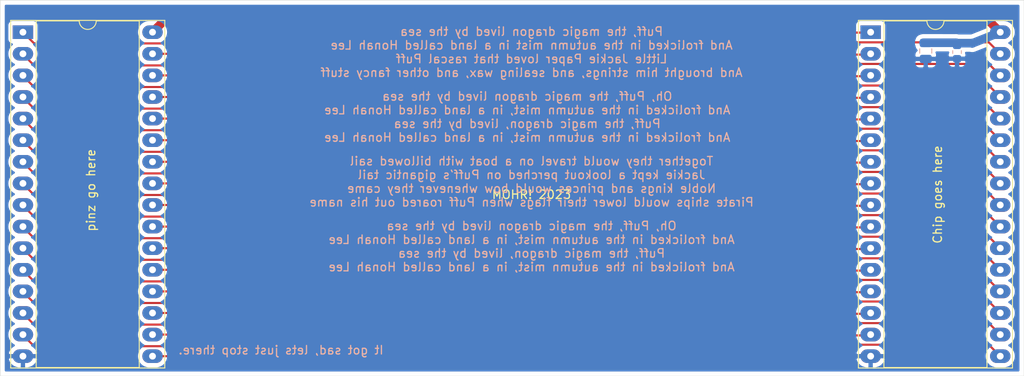
<source format=kicad_pcb>
(kicad_pcb (version 20171130) (host pcbnew 5.1.9+dfsg1-1+deb11u1)

  (general
    (thickness 1.6)
    (drawings 12)
    (tracks 130)
    (zones 0)
    (modules 4)
    (nets 33)
  )

  (page A4)
  (layers
    (0 F.Cu signal)
    (31 B.Cu signal)
    (32 B.Adhes user)
    (33 F.Adhes user)
    (34 B.Paste user)
    (35 F.Paste user)
    (36 B.SilkS user)
    (37 F.SilkS user)
    (38 B.Mask user)
    (39 F.Mask user)
    (40 Dwgs.User user)
    (41 Cmts.User user)
    (42 Eco1.User user)
    (43 Eco2.User user)
    (44 Edge.Cuts user)
    (45 Margin user)
    (46 B.CrtYd user)
    (47 F.CrtYd user)
    (48 B.Fab user)
    (49 F.Fab user)
  )

  (setup
    (last_trace_width 0.25)
    (user_trace_width 0.508)
    (user_trace_width 1.016)
    (trace_clearance 0.2)
    (zone_clearance 0.508)
    (zone_45_only no)
    (trace_min 0.2)
    (via_size 0.8)
    (via_drill 0.4)
    (via_min_size 0.4)
    (via_min_drill 0.3)
    (uvia_size 0.3)
    (uvia_drill 0.1)
    (uvias_allowed no)
    (uvia_min_size 0.2)
    (uvia_min_drill 0.1)
    (edge_width 0.05)
    (segment_width 0.2)
    (pcb_text_width 0.3)
    (pcb_text_size 1.5 1.5)
    (mod_edge_width 0.12)
    (mod_text_size 1 1)
    (mod_text_width 0.15)
    (pad_size 1.524 1.524)
    (pad_drill 0.762)
    (pad_to_mask_clearance 0)
    (aux_axis_origin 0 0)
    (visible_elements FFFFEF7F)
    (pcbplotparams
      (layerselection 0x010fc_ffffffff)
      (usegerberextensions false)
      (usegerberattributes true)
      (usegerberadvancedattributes true)
      (creategerberjobfile true)
      (excludeedgelayer true)
      (linewidth 0.100000)
      (plotframeref false)
      (viasonmask false)
      (mode 1)
      (useauxorigin false)
      (hpglpennumber 1)
      (hpglpenspeed 20)
      (hpglpendiameter 15.000000)
      (psnegative false)
      (psa4output false)
      (plotreference true)
      (plotvalue true)
      (plotinvisibletext false)
      (padsonsilk false)
      (subtractmaskfromsilk false)
      (outputformat 1)
      (mirror false)
      (drillshape 1)
      (scaleselection 1)
      (outputdirectory ""))
  )

  (net 0 "")
  (net 1 "Net-(C1-Pad2)")
  (net 2 "Net-(C1-Pad1)")
  (net 3 "Net-(U1-Pad31)")
  (net 4 "Net-(U1-Pad15)")
  (net 5 "Net-(U1-Pad30)")
  (net 6 "Net-(U1-Pad14)")
  (net 7 "Net-(U1-Pad29)")
  (net 8 "Net-(U1-Pad13)")
  (net 9 "Net-(U1-Pad28)")
  (net 10 "Net-(U1-Pad12)")
  (net 11 "Net-(U1-Pad27)")
  (net 12 "Net-(U1-Pad11)")
  (net 13 "Net-(U1-Pad26)")
  (net 14 "Net-(U1-Pad10)")
  (net 15 "Net-(U1-Pad25)")
  (net 16 "Net-(U1-Pad9)")
  (net 17 "Net-(U1-Pad24)")
  (net 18 "Net-(U1-Pad8)")
  (net 19 "Net-(U1-Pad23)")
  (net 20 "Net-(U1-Pad7)")
  (net 21 "Net-(U1-Pad22)")
  (net 22 "Net-(U1-Pad6)")
  (net 23 "Net-(U1-Pad21)")
  (net 24 "Net-(U1-Pad5)")
  (net 25 "Net-(U1-Pad20)")
  (net 26 "Net-(U1-Pad4)")
  (net 27 "Net-(U1-Pad19)")
  (net 28 "Net-(U1-Pad3)")
  (net 29 "Net-(U1-Pad18)")
  (net 30 "Net-(U1-Pad2)")
  (net 31 "Net-(U1-Pad17)")
  (net 32 "Net-(U1-Pad1)")

  (net_class Default "This is the default net class."
    (clearance 0.2)
    (trace_width 0.25)
    (via_dia 0.8)
    (via_drill 0.4)
    (uvia_dia 0.3)
    (uvia_drill 0.1)
    (add_net "Net-(C1-Pad1)")
    (add_net "Net-(C1-Pad2)")
    (add_net "Net-(U1-Pad1)")
    (add_net "Net-(U1-Pad10)")
    (add_net "Net-(U1-Pad11)")
    (add_net "Net-(U1-Pad12)")
    (add_net "Net-(U1-Pad13)")
    (add_net "Net-(U1-Pad14)")
    (add_net "Net-(U1-Pad15)")
    (add_net "Net-(U1-Pad17)")
    (add_net "Net-(U1-Pad18)")
    (add_net "Net-(U1-Pad19)")
    (add_net "Net-(U1-Pad2)")
    (add_net "Net-(U1-Pad20)")
    (add_net "Net-(U1-Pad21)")
    (add_net "Net-(U1-Pad22)")
    (add_net "Net-(U1-Pad23)")
    (add_net "Net-(U1-Pad24)")
    (add_net "Net-(U1-Pad25)")
    (add_net "Net-(U1-Pad26)")
    (add_net "Net-(U1-Pad27)")
    (add_net "Net-(U1-Pad28)")
    (add_net "Net-(U1-Pad29)")
    (add_net "Net-(U1-Pad3)")
    (add_net "Net-(U1-Pad30)")
    (add_net "Net-(U1-Pad31)")
    (add_net "Net-(U1-Pad4)")
    (add_net "Net-(U1-Pad5)")
    (add_net "Net-(U1-Pad6)")
    (add_net "Net-(U1-Pad7)")
    (add_net "Net-(U1-Pad8)")
    (add_net "Net-(U1-Pad9)")
  )

  (module Package_DIP:DIP-32_W15.24mm_Socket_LongPads (layer F.Cu) (tedit 5A02E8C5) (tstamp 63FDAF8E)
    (at 230.886 86.566)
    (descr "32-lead though-hole mounted DIP package, row spacing 15.24 mm (600 mils), Socket, LongPads")
    (tags "THT DIP DIL PDIP 2.54mm 15.24mm 600mil Socket LongPads")
    (path /63FDF64D)
    (fp_text reference U2 (at 7.62 -2.33) (layer Dwgs.User)
      (effects (font (size 1 1) (thickness 0.15)))
    )
    (fp_text value 27C020 (at 7.874 30.274) (layer F.Fab)
      (effects (font (size 1 1) (thickness 0.15)))
    )
    (fp_text user %R (at 7.62 19.05) (layer F.Fab)
      (effects (font (size 1 1) (thickness 0.15)))
    )
    (fp_arc (start 7.62 -1.33) (end 6.62 -1.33) (angle -180) (layer F.SilkS) (width 0.12))
    (fp_line (start 1.255 -1.27) (end 14.985 -1.27) (layer F.Fab) (width 0.1))
    (fp_line (start 14.985 -1.27) (end 14.985 39.37) (layer F.Fab) (width 0.1))
    (fp_line (start 14.985 39.37) (end 0.255 39.37) (layer F.Fab) (width 0.1))
    (fp_line (start 0.255 39.37) (end 0.255 -0.27) (layer F.Fab) (width 0.1))
    (fp_line (start 0.255 -0.27) (end 1.255 -1.27) (layer F.Fab) (width 0.1))
    (fp_line (start -1.27 -1.33) (end -1.27 39.43) (layer F.Fab) (width 0.1))
    (fp_line (start -1.27 39.43) (end 16.51 39.43) (layer F.Fab) (width 0.1))
    (fp_line (start 16.51 39.43) (end 16.51 -1.33) (layer F.Fab) (width 0.1))
    (fp_line (start 16.51 -1.33) (end -1.27 -1.33) (layer F.Fab) (width 0.1))
    (fp_line (start 6.62 -1.33) (end 1.56 -1.33) (layer F.SilkS) (width 0.12))
    (fp_line (start 1.56 -1.33) (end 1.56 39.43) (layer F.SilkS) (width 0.12))
    (fp_line (start 1.56 39.43) (end 13.68 39.43) (layer F.SilkS) (width 0.12))
    (fp_line (start 13.68 39.43) (end 13.68 -1.33) (layer F.SilkS) (width 0.12))
    (fp_line (start 13.68 -1.33) (end 8.62 -1.33) (layer F.SilkS) (width 0.12))
    (fp_line (start -1.44 -1.39) (end -1.44 39.49) (layer F.SilkS) (width 0.12))
    (fp_line (start -1.44 39.49) (end 16.68 39.49) (layer F.SilkS) (width 0.12))
    (fp_line (start 16.68 39.49) (end 16.68 -1.39) (layer F.SilkS) (width 0.12))
    (fp_line (start 16.68 -1.39) (end -1.44 -1.39) (layer F.SilkS) (width 0.12))
    (fp_line (start -1.55 -1.6) (end -1.55 39.7) (layer F.CrtYd) (width 0.05))
    (fp_line (start -1.55 39.7) (end 16.8 39.7) (layer F.CrtYd) (width 0.05))
    (fp_line (start 16.8 39.7) (end 16.8 -1.6) (layer F.CrtYd) (width 0.05))
    (fp_line (start 16.8 -1.6) (end -1.55 -1.6) (layer F.CrtYd) (width 0.05))
    (pad 32 thru_hole oval (at 15.24 0) (size 2.4 1.6) (drill 0.8) (layers *.Cu *.Mask)
      (net 2 "Net-(C1-Pad1)"))
    (pad 16 thru_hole oval (at 0 38.1) (size 2.4 1.6) (drill 0.8) (layers *.Cu *.Mask)
      (net 1 "Net-(C1-Pad2)"))
    (pad 31 thru_hole oval (at 15.24 2.54) (size 2.4 1.6) (drill 0.8) (layers *.Cu *.Mask)
      (net 3 "Net-(U1-Pad31)"))
    (pad 15 thru_hole oval (at 0 35.56) (size 2.4 1.6) (drill 0.8) (layers *.Cu *.Mask)
      (net 4 "Net-(U1-Pad15)"))
    (pad 30 thru_hole oval (at 15.24 5.08) (size 2.4 1.6) (drill 0.8) (layers *.Cu *.Mask)
      (net 5 "Net-(U1-Pad30)"))
    (pad 14 thru_hole oval (at 0 33.02) (size 2.4 1.6) (drill 0.8) (layers *.Cu *.Mask)
      (net 6 "Net-(U1-Pad14)"))
    (pad 29 thru_hole oval (at 15.24 7.62) (size 2.4 1.6) (drill 0.8) (layers *.Cu *.Mask)
      (net 7 "Net-(U1-Pad29)"))
    (pad 13 thru_hole oval (at 0 30.48) (size 2.4 1.6) (drill 0.8) (layers *.Cu *.Mask)
      (net 8 "Net-(U1-Pad13)"))
    (pad 28 thru_hole oval (at 15.24 10.16) (size 2.4 1.6) (drill 0.8) (layers *.Cu *.Mask)
      (net 9 "Net-(U1-Pad28)"))
    (pad 12 thru_hole oval (at 0 27.94) (size 2.4 1.6) (drill 0.8) (layers *.Cu *.Mask)
      (net 10 "Net-(U1-Pad12)"))
    (pad 27 thru_hole oval (at 15.24 12.7) (size 2.4 1.6) (drill 0.8) (layers *.Cu *.Mask)
      (net 11 "Net-(U1-Pad27)"))
    (pad 11 thru_hole oval (at 0 25.4) (size 2.4 1.6) (drill 0.8) (layers *.Cu *.Mask)
      (net 12 "Net-(U1-Pad11)"))
    (pad 26 thru_hole oval (at 15.24 15.24) (size 2.4 1.6) (drill 0.8) (layers *.Cu *.Mask)
      (net 13 "Net-(U1-Pad26)"))
    (pad 10 thru_hole oval (at 0 22.86) (size 2.4 1.6) (drill 0.8) (layers *.Cu *.Mask)
      (net 14 "Net-(U1-Pad10)"))
    (pad 25 thru_hole oval (at 15.24 17.78) (size 2.4 1.6) (drill 0.8) (layers *.Cu *.Mask)
      (net 15 "Net-(U1-Pad25)"))
    (pad 9 thru_hole oval (at 0 20.32) (size 2.4 1.6) (drill 0.8) (layers *.Cu *.Mask)
      (net 16 "Net-(U1-Pad9)"))
    (pad 24 thru_hole oval (at 15.24 20.32) (size 2.4 1.6) (drill 0.8) (layers *.Cu *.Mask)
      (net 17 "Net-(U1-Pad24)"))
    (pad 8 thru_hole oval (at 0 17.78) (size 2.4 1.6) (drill 0.8) (layers *.Cu *.Mask)
      (net 18 "Net-(U1-Pad8)"))
    (pad 23 thru_hole oval (at 15.24 22.86) (size 2.4 1.6) (drill 0.8) (layers *.Cu *.Mask)
      (net 19 "Net-(U1-Pad23)"))
    (pad 7 thru_hole oval (at 0 15.24) (size 2.4 1.6) (drill 0.8) (layers *.Cu *.Mask)
      (net 20 "Net-(U1-Pad7)"))
    (pad 22 thru_hole oval (at 15.24 25.4) (size 2.4 1.6) (drill 0.8) (layers *.Cu *.Mask)
      (net 21 "Net-(U1-Pad22)"))
    (pad 6 thru_hole oval (at 0 12.7) (size 2.4 1.6) (drill 0.8) (layers *.Cu *.Mask)
      (net 22 "Net-(U1-Pad6)"))
    (pad 21 thru_hole oval (at 15.24 27.94) (size 2.4 1.6) (drill 0.8) (layers *.Cu *.Mask)
      (net 23 "Net-(U1-Pad21)"))
    (pad 5 thru_hole oval (at 0 10.16) (size 2.4 1.6) (drill 0.8) (layers *.Cu *.Mask)
      (net 24 "Net-(U1-Pad5)"))
    (pad 20 thru_hole oval (at 15.24 30.48) (size 2.4 1.6) (drill 0.8) (layers *.Cu *.Mask)
      (net 25 "Net-(U1-Pad20)"))
    (pad 4 thru_hole oval (at 0 7.62) (size 2.4 1.6) (drill 0.8) (layers *.Cu *.Mask)
      (net 26 "Net-(U1-Pad4)"))
    (pad 19 thru_hole oval (at 15.24 33.02) (size 2.4 1.6) (drill 0.8) (layers *.Cu *.Mask)
      (net 27 "Net-(U1-Pad19)"))
    (pad 3 thru_hole oval (at 0 5.08) (size 2.4 1.6) (drill 0.8) (layers *.Cu *.Mask)
      (net 28 "Net-(U1-Pad3)"))
    (pad 18 thru_hole oval (at 15.24 35.56) (size 2.4 1.6) (drill 0.8) (layers *.Cu *.Mask)
      (net 29 "Net-(U1-Pad18)"))
    (pad 2 thru_hole oval (at 0 2.54) (size 2.4 1.6) (drill 0.8) (layers *.Cu *.Mask)
      (net 30 "Net-(U1-Pad2)"))
    (pad 17 thru_hole oval (at 15.24 38.1) (size 2.4 1.6) (drill 0.8) (layers *.Cu *.Mask)
      (net 31 "Net-(U1-Pad17)"))
    (pad 1 thru_hole rect (at 0 0) (size 2.4 1.6) (drill 0.8) (layers *.Cu *.Mask)
      (net 32 "Net-(U1-Pad1)"))
    (model ${KISYS3DMOD}/Package_DIP.3dshapes/DIP-32_W15.24mm_Socket.wrl
      (at (xyz 0 0 0))
      (scale (xyz 1 1 1))
      (rotate (xyz 0 0 0))
    )
  )

  (module Package_DIP:DIP-32_W15.24mm_Socket_LongPads (layer F.Cu) (tedit 5A02E8C5) (tstamp 63FDAD80)
    (at 131.196 86.566)
    (descr "32-lead though-hole mounted DIP package, row spacing 15.24 mm (600 mils), Socket, LongPads")
    (tags "THT DIP DIL PDIP 2.54mm 15.24mm 600mil Socket LongPads")
    (path /63FE3D38)
    (fp_text reference U1 (at 7.62 -2.33) (layer Dwgs.User)
      (effects (font (size 1 1) (thickness 0.15)))
    )
    (fp_text value 27C020 (at 7.488 30.274) (layer F.Fab)
      (effects (font (size 1 1) (thickness 0.15)))
    )
    (fp_text user %R (at 7.62 19.05) (layer F.Fab)
      (effects (font (size 1 1) (thickness 0.15)))
    )
    (fp_arc (start 7.62 -1.33) (end 6.62 -1.33) (angle -180) (layer F.SilkS) (width 0.12))
    (fp_line (start 1.255 -1.27) (end 14.985 -1.27) (layer F.Fab) (width 0.1))
    (fp_line (start 14.985 -1.27) (end 14.985 39.37) (layer F.Fab) (width 0.1))
    (fp_line (start 14.985 39.37) (end 0.255 39.37) (layer F.Fab) (width 0.1))
    (fp_line (start 0.255 39.37) (end 0.255 -0.27) (layer F.Fab) (width 0.1))
    (fp_line (start 0.255 -0.27) (end 1.255 -1.27) (layer F.Fab) (width 0.1))
    (fp_line (start -1.27 -1.33) (end -1.27 39.43) (layer F.Fab) (width 0.1))
    (fp_line (start -1.27 39.43) (end 16.51 39.43) (layer F.Fab) (width 0.1))
    (fp_line (start 16.51 39.43) (end 16.51 -1.33) (layer F.Fab) (width 0.1))
    (fp_line (start 16.51 -1.33) (end -1.27 -1.33) (layer F.Fab) (width 0.1))
    (fp_line (start 6.62 -1.33) (end 1.56 -1.33) (layer F.SilkS) (width 0.12))
    (fp_line (start 1.56 -1.33) (end 1.56 39.43) (layer F.SilkS) (width 0.12))
    (fp_line (start 1.56 39.43) (end 13.68 39.43) (layer F.SilkS) (width 0.12))
    (fp_line (start 13.68 39.43) (end 13.68 -1.33) (layer F.SilkS) (width 0.12))
    (fp_line (start 13.68 -1.33) (end 8.62 -1.33) (layer F.SilkS) (width 0.12))
    (fp_line (start -1.44 -1.39) (end -1.44 39.49) (layer F.SilkS) (width 0.12))
    (fp_line (start -1.44 39.49) (end 16.68 39.49) (layer F.SilkS) (width 0.12))
    (fp_line (start 16.68 39.49) (end 16.68 -1.39) (layer F.SilkS) (width 0.12))
    (fp_line (start 16.68 -1.39) (end -1.44 -1.39) (layer F.SilkS) (width 0.12))
    (fp_line (start -1.55 -1.6) (end -1.55 39.7) (layer F.CrtYd) (width 0.05))
    (fp_line (start -1.55 39.7) (end 16.8 39.7) (layer F.CrtYd) (width 0.05))
    (fp_line (start 16.8 39.7) (end 16.8 -1.6) (layer F.CrtYd) (width 0.05))
    (fp_line (start 16.8 -1.6) (end -1.55 -1.6) (layer F.CrtYd) (width 0.05))
    (pad 32 thru_hole oval (at 15.24 0) (size 2.4 1.6) (drill 0.8) (layers *.Cu *.Mask)
      (net 2 "Net-(C1-Pad1)"))
    (pad 16 thru_hole oval (at 0 38.1) (size 2.4 1.6) (drill 0.8) (layers *.Cu *.Mask)
      (net 1 "Net-(C1-Pad2)"))
    (pad 31 thru_hole oval (at 15.24 2.54) (size 2.4 1.6) (drill 0.8) (layers *.Cu *.Mask)
      (net 3 "Net-(U1-Pad31)"))
    (pad 15 thru_hole oval (at 0 35.56) (size 2.4 1.6) (drill 0.8) (layers *.Cu *.Mask)
      (net 4 "Net-(U1-Pad15)"))
    (pad 30 thru_hole oval (at 15.24 5.08) (size 2.4 1.6) (drill 0.8) (layers *.Cu *.Mask)
      (net 5 "Net-(U1-Pad30)"))
    (pad 14 thru_hole oval (at 0 33.02) (size 2.4 1.6) (drill 0.8) (layers *.Cu *.Mask)
      (net 6 "Net-(U1-Pad14)"))
    (pad 29 thru_hole oval (at 15.24 7.62) (size 2.4 1.6) (drill 0.8) (layers *.Cu *.Mask)
      (net 7 "Net-(U1-Pad29)"))
    (pad 13 thru_hole oval (at 0 30.48) (size 2.4 1.6) (drill 0.8) (layers *.Cu *.Mask)
      (net 8 "Net-(U1-Pad13)"))
    (pad 28 thru_hole oval (at 15.24 10.16) (size 2.4 1.6) (drill 0.8) (layers *.Cu *.Mask)
      (net 9 "Net-(U1-Pad28)"))
    (pad 12 thru_hole oval (at 0 27.94) (size 2.4 1.6) (drill 0.8) (layers *.Cu *.Mask)
      (net 10 "Net-(U1-Pad12)"))
    (pad 27 thru_hole oval (at 15.24 12.7) (size 2.4 1.6) (drill 0.8) (layers *.Cu *.Mask)
      (net 11 "Net-(U1-Pad27)"))
    (pad 11 thru_hole oval (at 0 25.4) (size 2.4 1.6) (drill 0.8) (layers *.Cu *.Mask)
      (net 12 "Net-(U1-Pad11)"))
    (pad 26 thru_hole oval (at 15.24 15.24) (size 2.4 1.6) (drill 0.8) (layers *.Cu *.Mask)
      (net 13 "Net-(U1-Pad26)"))
    (pad 10 thru_hole oval (at 0 22.86) (size 2.4 1.6) (drill 0.8) (layers *.Cu *.Mask)
      (net 14 "Net-(U1-Pad10)"))
    (pad 25 thru_hole oval (at 15.24 17.78) (size 2.4 1.6) (drill 0.8) (layers *.Cu *.Mask)
      (net 15 "Net-(U1-Pad25)"))
    (pad 9 thru_hole oval (at 0 20.32) (size 2.4 1.6) (drill 0.8) (layers *.Cu *.Mask)
      (net 16 "Net-(U1-Pad9)"))
    (pad 24 thru_hole oval (at 15.24 20.32) (size 2.4 1.6) (drill 0.8) (layers *.Cu *.Mask)
      (net 17 "Net-(U1-Pad24)"))
    (pad 8 thru_hole oval (at 0 17.78) (size 2.4 1.6) (drill 0.8) (layers *.Cu *.Mask)
      (net 18 "Net-(U1-Pad8)"))
    (pad 23 thru_hole oval (at 15.24 22.86) (size 2.4 1.6) (drill 0.8) (layers *.Cu *.Mask)
      (net 19 "Net-(U1-Pad23)"))
    (pad 7 thru_hole oval (at 0 15.24) (size 2.4 1.6) (drill 0.8) (layers *.Cu *.Mask)
      (net 20 "Net-(U1-Pad7)"))
    (pad 22 thru_hole oval (at 15.24 25.4) (size 2.4 1.6) (drill 0.8) (layers *.Cu *.Mask)
      (net 21 "Net-(U1-Pad22)"))
    (pad 6 thru_hole oval (at 0 12.7) (size 2.4 1.6) (drill 0.8) (layers *.Cu *.Mask)
      (net 22 "Net-(U1-Pad6)"))
    (pad 21 thru_hole oval (at 15.24 27.94) (size 2.4 1.6) (drill 0.8) (layers *.Cu *.Mask)
      (net 23 "Net-(U1-Pad21)"))
    (pad 5 thru_hole oval (at 0 10.16) (size 2.4 1.6) (drill 0.8) (layers *.Cu *.Mask)
      (net 24 "Net-(U1-Pad5)"))
    (pad 20 thru_hole oval (at 15.24 30.48) (size 2.4 1.6) (drill 0.8) (layers *.Cu *.Mask)
      (net 25 "Net-(U1-Pad20)"))
    (pad 4 thru_hole oval (at 0 7.62) (size 2.4 1.6) (drill 0.8) (layers *.Cu *.Mask)
      (net 26 "Net-(U1-Pad4)"))
    (pad 19 thru_hole oval (at 15.24 33.02) (size 2.4 1.6) (drill 0.8) (layers *.Cu *.Mask)
      (net 27 "Net-(U1-Pad19)"))
    (pad 3 thru_hole oval (at 0 5.08) (size 2.4 1.6) (drill 0.8) (layers *.Cu *.Mask)
      (net 28 "Net-(U1-Pad3)"))
    (pad 18 thru_hole oval (at 15.24 35.56) (size 2.4 1.6) (drill 0.8) (layers *.Cu *.Mask)
      (net 29 "Net-(U1-Pad18)"))
    (pad 2 thru_hole oval (at 0 2.54) (size 2.4 1.6) (drill 0.8) (layers *.Cu *.Mask)
      (net 30 "Net-(U1-Pad2)"))
    (pad 17 thru_hole oval (at 15.24 38.1) (size 2.4 1.6) (drill 0.8) (layers *.Cu *.Mask)
      (net 31 "Net-(U1-Pad17)"))
    (pad 1 thru_hole rect (at 0 0) (size 2.4 1.6) (drill 0.8) (layers *.Cu *.Mask)
      (net 32 "Net-(U1-Pad1)"))
    (model ${KISYS3DMOD}/Package_DIP.3dshapes/DIP-32_W15.24mm_Socket.wrl
      (at (xyz 0 0 0))
      (scale (xyz 1 1 1))
      (rotate (xyz 0 0 0))
    )
  )

  (module Capacitor_SMD:C_0805_2012Metric (layer B.Cu) (tedit 5B36C52B) (tstamp 63FDAB72)
    (at 237.363 88.773 270)
    (descr "Capacitor SMD 0805 (2012 Metric), square (rectangular) end terminal, IPC_7351 nominal, (Body size source: https://docs.google.com/spreadsheets/d/1BsfQQcO9C6DZCsRaXUlFlo91Tg2WpOkGARC1WS5S8t0/edit?usp=sharing), generated with kicad-footprint-generator")
    (tags capacitor)
    (path /63FF6085)
    (attr smd)
    (fp_text reference C2 (at 0 1.65 90) (layer Dwgs.User)
      (effects (font (size 1 1) (thickness 0.15)) (justify mirror))
    )
    (fp_text value C (at 0 -1.65 90) (layer B.Fab)
      (effects (font (size 1 1) (thickness 0.15)) (justify mirror))
    )
    (fp_text user %R (at 0 0 90) (layer B.Fab)
      (effects (font (size 0.5 0.5) (thickness 0.08)) (justify mirror))
    )
    (fp_line (start -1 -0.6) (end -1 0.6) (layer B.Fab) (width 0.1))
    (fp_line (start -1 0.6) (end 1 0.6) (layer B.Fab) (width 0.1))
    (fp_line (start 1 0.6) (end 1 -0.6) (layer B.Fab) (width 0.1))
    (fp_line (start 1 -0.6) (end -1 -0.6) (layer B.Fab) (width 0.1))
    (fp_line (start -0.258578 0.71) (end 0.258578 0.71) (layer B.SilkS) (width 0.12))
    (fp_line (start -0.258578 -0.71) (end 0.258578 -0.71) (layer B.SilkS) (width 0.12))
    (fp_line (start -1.68 -0.95) (end -1.68 0.95) (layer B.CrtYd) (width 0.05))
    (fp_line (start -1.68 0.95) (end 1.68 0.95) (layer B.CrtYd) (width 0.05))
    (fp_line (start 1.68 0.95) (end 1.68 -0.95) (layer B.CrtYd) (width 0.05))
    (fp_line (start 1.68 -0.95) (end -1.68 -0.95) (layer B.CrtYd) (width 0.05))
    (pad 2 smd roundrect (at 0.9375 0 270) (size 0.975 1.4) (layers B.Cu B.Paste B.Mask) (roundrect_rratio 0.25)
      (net 1 "Net-(C1-Pad2)"))
    (pad 1 smd roundrect (at -0.9375 0 270) (size 0.975 1.4) (layers B.Cu B.Paste B.Mask) (roundrect_rratio 0.25)
      (net 2 "Net-(C1-Pad1)"))
    (model ${KISYS3DMOD}/Capacitor_SMD.3dshapes/C_0805_2012Metric.wrl
      (at (xyz 0 0 0))
      (scale (xyz 1 1 1))
      (rotate (xyz 0 0 0))
    )
  )

  (module Capacitor_SMD:C_0603_1608Metric (layer B.Cu) (tedit 5B301BBE) (tstamp 63FDAA93)
    (at 241.046 88.9 270)
    (descr "Capacitor SMD 0603 (1608 Metric), square (rectangular) end terminal, IPC_7351 nominal, (Body size source: http://www.tortai-tech.com/upload/download/2011102023233369053.pdf), generated with kicad-footprint-generator")
    (tags capacitor)
    (path /63FF0EAE)
    (attr smd)
    (fp_text reference C1 (at 0 1.43 90) (layer Dwgs.User)
      (effects (font (size 1 1) (thickness 0.15)) (justify mirror))
    )
    (fp_text value C (at 0 -1.43 90) (layer B.Fab)
      (effects (font (size 1 1) (thickness 0.15)) (justify mirror))
    )
    (fp_text user %R (at 0 0 90) (layer B.Fab)
      (effects (font (size 0.4 0.4) (thickness 0.06)) (justify mirror))
    )
    (fp_line (start -0.8 -0.4) (end -0.8 0.4) (layer B.Fab) (width 0.1))
    (fp_line (start -0.8 0.4) (end 0.8 0.4) (layer B.Fab) (width 0.1))
    (fp_line (start 0.8 0.4) (end 0.8 -0.4) (layer B.Fab) (width 0.1))
    (fp_line (start 0.8 -0.4) (end -0.8 -0.4) (layer B.Fab) (width 0.1))
    (fp_line (start -0.162779 0.51) (end 0.162779 0.51) (layer B.SilkS) (width 0.12))
    (fp_line (start -0.162779 -0.51) (end 0.162779 -0.51) (layer B.SilkS) (width 0.12))
    (fp_line (start -1.48 -0.73) (end -1.48 0.73) (layer B.CrtYd) (width 0.05))
    (fp_line (start -1.48 0.73) (end 1.48 0.73) (layer B.CrtYd) (width 0.05))
    (fp_line (start 1.48 0.73) (end 1.48 -0.73) (layer B.CrtYd) (width 0.05))
    (fp_line (start 1.48 -0.73) (end -1.48 -0.73) (layer B.CrtYd) (width 0.05))
    (pad 2 smd roundrect (at 0.7875 0 270) (size 0.875 0.95) (layers B.Cu B.Paste B.Mask) (roundrect_rratio 0.25)
      (net 1 "Net-(C1-Pad2)"))
    (pad 1 smd roundrect (at -0.7875 0 270) (size 0.875 0.95) (layers B.Cu B.Paste B.Mask) (roundrect_rratio 0.25)
      (net 2 "Net-(C1-Pad1)"))
    (model ${KISYS3DMOD}/Capacitor_SMD.3dshapes/C_0603_1608Metric.wrl
      (at (xyz 0 0 0))
      (scale (xyz 1 1 1))
      (rotate (xyz 0 0 0))
    )
  )

  (gr_text "Oh, Puff, the magic dragon lived by the sea\nAnd frolicked in the autumn mist, in a land called Honah Lee\nPuff, the magic dragon, lived by the sea\nAnd frolicked in the autumn mist, in a land called Honah Lee" (at 191.008 111.76) (layer B.SilkS) (tstamp 63FDCD2E)
    (effects (font (size 1 1) (thickness 0.15)) (justify mirror))
  )
  (gr_text "It got sad, lets just stop there." (at 161.544 123.952) (layer B.SilkS)
    (effects (font (size 1 1) (thickness 0.15)) (justify mirror))
  )
  (gr_text "Together they would travel on a boat with billowed sail\nJackie kept a lookout perched on Puff's gigantic tail\nNoble kings and princes would bow whenever they came\nPirate ships would lower their flags when Puff roared out his name" (at 191.008 104.14) (layer B.SilkS)
    (effects (font (size 1 1) (thickness 0.15)) (justify mirror))
  )
  (gr_text "Oh, Puff, the magic dragon lived by the sea\nAnd frolicked in the autumn mist, in a land called Honah Lee\nPuff, the magic dragon, lived by the sea\nAnd frolicked in the autumn mist, in a land called Honah Lee" (at 190.5 96.52) (layer B.SilkS)
    (effects (font (size 1 1) (thickness 0.15)) (justify mirror))
  )
  (gr_text "Puff, the magic dragon lived by the sea\nAnd frolicked in the autumn mist in a land called Honah Lee\nLittle Jackie Paper loved that rascal Puff\nAnd brought him strings, and sealing wax, and other fancy stuff" (at 191.008 88.9) (layer B.SilkS)
    (effects (font (size 1 1) (thickness 0.15)) (justify mirror))
  )
  (gr_text "Chip goes here" (at 238.76 105.664 90) (layer F.SilkS)
    (effects (font (size 1 1) (thickness 0.15)))
  )
  (gr_text "pinz go here" (at 139.192 105.156 90) (layer F.SilkS)
    (effects (font (size 1 1) (thickness 0.15)))
  )
  (gr_text "MOHR! 2023" (at 191.008 105.664) (layer F.SilkS)
    (effects (font (size 1 1) (thickness 0.15)))
  )
  (gr_line (start 128.524 127) (end 128.524 82.804) (layer Edge.Cuts) (width 0.05) (tstamp 63FDC569))
  (gr_line (start 248.92 127) (end 128.524 127) (layer Edge.Cuts) (width 0.05))
  (gr_line (start 248.92 82.804) (end 248.92 127) (layer Edge.Cuts) (width 0.05))
  (gr_line (start 128.524 82.804) (end 248.92 82.804) (layer Edge.Cuts) (width 0.05))

  (segment (start 243.888 84.328) (end 246.126 86.566) (width 1.016) (layer F.Cu) (net 2))
  (segment (start 148.674 84.328) (end 243.888 84.328) (width 1.016) (layer F.Cu) (net 2))
  (segment (start 146.436 86.566) (end 148.674 84.328) (width 1.016) (layer F.Cu) (net 2))
  (segment (start 237.109 87.8055) (end 240.919 87.808) (width 1.016) (layer B.Cu) (net 2))
  (segment (start 240.963337 87.852337) (end 240.919 87.808) (width 1.016) (layer B.Cu) (net 2))
  (segment (start 242.792337 87.852337) (end 240.963337 87.852337) (width 1.016) (layer B.Cu) (net 2))
  (segment (start 242.824 87.884) (end 242.792337 87.852337) (width 1.016) (layer B.Cu) (net 2))
  (segment (start 246.126 86.566) (end 242.824 87.884) (width 1.016) (layer B.Cu) (net 2))
  (segment (start 187.246 124.666) (end 188.595 123.317) (width 0.25) (layer F.Cu) (net 31) (tstamp 63FDBC6C))
  (segment (start 146.436 124.666) (end 187.246 124.666) (width 0.25) (layer F.Cu) (net 31) (tstamp 63FDBC6D))
  (segment (start 244.777 123.317) (end 246.126 124.666) (width 0.25) (layer F.Cu) (net 31) (tstamp 63FDBC6E))
  (segment (start 188.595 123.317) (end 244.777 123.317) (width 0.25) (layer F.Cu) (net 31) (tstamp 63FDBC6F))
  (segment (start 187.246 122.126) (end 188.595 120.777) (width 0.25) (layer F.Cu) (net 29) (tstamp 63FDBC6C))
  (segment (start 146.436 122.126) (end 187.246 122.126) (width 0.25) (layer F.Cu) (net 29) (tstamp 63FDBC6D))
  (segment (start 244.777 120.777) (end 246.126 122.126) (width 0.25) (layer F.Cu) (net 29) (tstamp 63FDBC6E))
  (segment (start 188.595 120.777) (end 244.777 120.777) (width 0.25) (layer F.Cu) (net 29) (tstamp 63FDBC6F))
  (segment (start 187.246 119.586) (end 188.595 118.237) (width 0.25) (layer F.Cu) (net 27) (tstamp 63FDBC6C))
  (segment (start 146.436 119.586) (end 187.246 119.586) (width 0.25) (layer F.Cu) (net 27) (tstamp 63FDBC6D))
  (segment (start 244.777 118.237) (end 246.126 119.586) (width 0.25) (layer F.Cu) (net 27) (tstamp 63FDBC6E))
  (segment (start 188.595 118.237) (end 244.777 118.237) (width 0.25) (layer F.Cu) (net 27) (tstamp 63FDBC6F))
  (segment (start 187.246 117.046) (end 188.595 115.697) (width 0.25) (layer F.Cu) (net 25) (tstamp 63FDBC6C))
  (segment (start 146.436 117.046) (end 187.246 117.046) (width 0.25) (layer F.Cu) (net 25) (tstamp 63FDBC6D))
  (segment (start 244.777 115.697) (end 246.126 117.046) (width 0.25) (layer F.Cu) (net 25) (tstamp 63FDBC6E))
  (segment (start 188.595 115.697) (end 244.777 115.697) (width 0.25) (layer F.Cu) (net 25) (tstamp 63FDBC6F))
  (segment (start 187.246 114.506) (end 188.595 113.157) (width 0.25) (layer F.Cu) (net 23) (tstamp 63FDBC6C))
  (segment (start 146.436 114.506) (end 187.246 114.506) (width 0.25) (layer F.Cu) (net 23) (tstamp 63FDBC6D))
  (segment (start 244.777 113.157) (end 246.126 114.506) (width 0.25) (layer F.Cu) (net 23) (tstamp 63FDBC6E))
  (segment (start 188.595 113.157) (end 244.777 113.157) (width 0.25) (layer F.Cu) (net 23) (tstamp 63FDBC6F))
  (segment (start 187.246 111.966) (end 188.595 110.617) (width 0.25) (layer F.Cu) (net 21) (tstamp 63FDBC6C))
  (segment (start 146.436 111.966) (end 187.246 111.966) (width 0.25) (layer F.Cu) (net 21) (tstamp 63FDBC6D))
  (segment (start 244.777 110.617) (end 246.126 111.966) (width 0.25) (layer F.Cu) (net 21) (tstamp 63FDBC6E))
  (segment (start 188.595 110.617) (end 244.777 110.617) (width 0.25) (layer F.Cu) (net 21) (tstamp 63FDBC6F))
  (segment (start 187.246 109.426) (end 188.595 108.077) (width 0.25) (layer F.Cu) (net 19) (tstamp 63FDBC6C))
  (segment (start 146.436 109.426) (end 187.246 109.426) (width 0.25) (layer F.Cu) (net 19) (tstamp 63FDBC6D))
  (segment (start 244.777 108.077) (end 246.126 109.426) (width 0.25) (layer F.Cu) (net 19) (tstamp 63FDBC6E))
  (segment (start 188.595 108.077) (end 244.777 108.077) (width 0.25) (layer F.Cu) (net 19) (tstamp 63FDBC6F))
  (segment (start 187.246 106.886) (end 188.595 105.537) (width 0.25) (layer F.Cu) (net 17) (tstamp 63FDBC6C))
  (segment (start 146.436 106.886) (end 187.246 106.886) (width 0.25) (layer F.Cu) (net 17) (tstamp 63FDBC6D))
  (segment (start 244.777 105.537) (end 246.126 106.886) (width 0.25) (layer F.Cu) (net 17) (tstamp 63FDBC6E))
  (segment (start 188.595 105.537) (end 244.777 105.537) (width 0.25) (layer F.Cu) (net 17) (tstamp 63FDBC6F))
  (segment (start 187.246 104.346) (end 188.595 102.997) (width 0.25) (layer F.Cu) (net 15) (tstamp 63FDBC6C))
  (segment (start 146.436 104.346) (end 187.246 104.346) (width 0.25) (layer F.Cu) (net 15) (tstamp 63FDBC6D))
  (segment (start 244.777 102.997) (end 246.126 104.346) (width 0.25) (layer F.Cu) (net 15) (tstamp 63FDBC6E))
  (segment (start 188.595 102.997) (end 244.777 102.997) (width 0.25) (layer F.Cu) (net 15) (tstamp 63FDBC6F))
  (segment (start 187.246 101.806) (end 188.595 100.457) (width 0.25) (layer F.Cu) (net 13) (tstamp 63FDBC6C))
  (segment (start 146.436 101.806) (end 187.246 101.806) (width 0.25) (layer F.Cu) (net 13) (tstamp 63FDBC6D))
  (segment (start 244.777 100.457) (end 246.126 101.806) (width 0.25) (layer F.Cu) (net 13) (tstamp 63FDBC6E))
  (segment (start 188.595 100.457) (end 244.777 100.457) (width 0.25) (layer F.Cu) (net 13) (tstamp 63FDBC6F))
  (segment (start 187.246 99.266) (end 188.595 97.917) (width 0.25) (layer F.Cu) (net 11) (tstamp 63FDBC6C))
  (segment (start 146.436 99.266) (end 187.246 99.266) (width 0.25) (layer F.Cu) (net 11) (tstamp 63FDBC6D))
  (segment (start 244.777 97.917) (end 246.126 99.266) (width 0.25) (layer F.Cu) (net 11) (tstamp 63FDBC6E))
  (segment (start 188.595 97.917) (end 244.777 97.917) (width 0.25) (layer F.Cu) (net 11) (tstamp 63FDBC6F))
  (segment (start 187.246 96.726) (end 188.595 95.377) (width 0.25) (layer F.Cu) (net 9) (tstamp 63FDBC6C))
  (segment (start 146.436 96.726) (end 187.246 96.726) (width 0.25) (layer F.Cu) (net 9) (tstamp 63FDBC6D))
  (segment (start 244.777 95.377) (end 246.126 96.726) (width 0.25) (layer F.Cu) (net 9) (tstamp 63FDBC6E))
  (segment (start 188.595 95.377) (end 244.777 95.377) (width 0.25) (layer F.Cu) (net 9) (tstamp 63FDBC6F))
  (segment (start 187.246 94.186) (end 188.595 92.837) (width 0.25) (layer F.Cu) (net 7) (tstamp 63FDBC6C))
  (segment (start 146.436 94.186) (end 187.246 94.186) (width 0.25) (layer F.Cu) (net 7) (tstamp 63FDBC6D))
  (segment (start 244.777 92.837) (end 246.126 94.186) (width 0.25) (layer F.Cu) (net 7) (tstamp 63FDBC6E))
  (segment (start 188.595 92.837) (end 244.777 92.837) (width 0.25) (layer F.Cu) (net 7) (tstamp 63FDBC6F))
  (segment (start 187.246 91.646) (end 188.595 90.297) (width 0.25) (layer F.Cu) (net 5) (tstamp 63FDBC6C))
  (segment (start 146.436 91.646) (end 187.246 91.646) (width 0.25) (layer F.Cu) (net 5) (tstamp 63FDBC6D))
  (segment (start 244.777 90.297) (end 246.126 91.646) (width 0.25) (layer F.Cu) (net 5) (tstamp 63FDBC6E))
  (segment (start 188.595 90.297) (end 244.777 90.297) (width 0.25) (layer F.Cu) (net 5) (tstamp 63FDBC6F))
  (segment (start 244.777 87.757) (end 246.126 89.106) (width 0.25) (layer F.Cu) (net 3))
  (segment (start 188.595 87.757) (end 244.777 87.757) (width 0.25) (layer F.Cu) (net 3))
  (segment (start 187.246 89.106) (end 188.595 87.757) (width 0.25) (layer F.Cu) (net 3))
  (segment (start 146.436 89.106) (end 187.246 89.106) (width 0.25) (layer F.Cu) (net 3))
  (segment (start 230.833 122.222) (end 188.336 122.222) (width 0.25) (layer F.Cu) (net 4) (tstamp 63FDBB60))
  (segment (start 132.509 123.492) (end 131.191 122.174) (width 0.25) (layer F.Cu) (net 4) (tstamp 63FDBB61))
  (segment (start 187.066 123.492) (end 132.509 123.492) (width 0.25) (layer F.Cu) (net 4) (tstamp 63FDBB62))
  (segment (start 188.336 122.222) (end 187.066 123.492) (width 0.25) (layer F.Cu) (net 4) (tstamp 63FDBB63))
  (segment (start 230.833 119.682) (end 188.336 119.682) (width 0.25) (layer F.Cu) (net 6) (tstamp 63FDBB60))
  (segment (start 132.509 120.952) (end 131.191 119.634) (width 0.25) (layer F.Cu) (net 6) (tstamp 63FDBB61))
  (segment (start 187.066 120.952) (end 132.509 120.952) (width 0.25) (layer F.Cu) (net 6) (tstamp 63FDBB62))
  (segment (start 188.336 119.682) (end 187.066 120.952) (width 0.25) (layer F.Cu) (net 6) (tstamp 63FDBB63))
  (segment (start 230.833 117.142) (end 188.336 117.142) (width 0.25) (layer F.Cu) (net 8) (tstamp 63FDBB60))
  (segment (start 132.509 118.412) (end 131.191 117.094) (width 0.25) (layer F.Cu) (net 8) (tstamp 63FDBB61))
  (segment (start 187.066 118.412) (end 132.509 118.412) (width 0.25) (layer F.Cu) (net 8) (tstamp 63FDBB62))
  (segment (start 188.336 117.142) (end 187.066 118.412) (width 0.25) (layer F.Cu) (net 8) (tstamp 63FDBB63))
  (segment (start 230.833 114.602) (end 188.336 114.602) (width 0.25) (layer F.Cu) (net 10) (tstamp 63FDBB60))
  (segment (start 132.509 115.872) (end 131.191 114.554) (width 0.25) (layer F.Cu) (net 10) (tstamp 63FDBB61))
  (segment (start 187.066 115.872) (end 132.509 115.872) (width 0.25) (layer F.Cu) (net 10) (tstamp 63FDBB62))
  (segment (start 188.336 114.602) (end 187.066 115.872) (width 0.25) (layer F.Cu) (net 10) (tstamp 63FDBB63))
  (segment (start 230.833 112.062) (end 188.336 112.062) (width 0.25) (layer F.Cu) (net 12) (tstamp 63FDBB60))
  (segment (start 132.509 113.332) (end 131.191 112.014) (width 0.25) (layer F.Cu) (net 12) (tstamp 63FDBB61))
  (segment (start 187.066 113.332) (end 132.509 113.332) (width 0.25) (layer F.Cu) (net 12) (tstamp 63FDBB62))
  (segment (start 188.336 112.062) (end 187.066 113.332) (width 0.25) (layer F.Cu) (net 12) (tstamp 63FDBB63))
  (segment (start 230.833 109.522) (end 188.336 109.522) (width 0.25) (layer F.Cu) (net 14) (tstamp 63FDBB60))
  (segment (start 132.509 110.792) (end 131.191 109.474) (width 0.25) (layer F.Cu) (net 14) (tstamp 63FDBB61))
  (segment (start 187.066 110.792) (end 132.509 110.792) (width 0.25) (layer F.Cu) (net 14) (tstamp 63FDBB62))
  (segment (start 188.336 109.522) (end 187.066 110.792) (width 0.25) (layer F.Cu) (net 14) (tstamp 63FDBB63))
  (segment (start 230.833 106.982) (end 188.336 106.982) (width 0.25) (layer F.Cu) (net 16) (tstamp 63FDBB60))
  (segment (start 132.509 108.252) (end 131.191 106.934) (width 0.25) (layer F.Cu) (net 16) (tstamp 63FDBB61))
  (segment (start 187.066 108.252) (end 132.509 108.252) (width 0.25) (layer F.Cu) (net 16) (tstamp 63FDBB62))
  (segment (start 188.336 106.982) (end 187.066 108.252) (width 0.25) (layer F.Cu) (net 16) (tstamp 63FDBB63))
  (segment (start 230.833 104.442) (end 188.336 104.442) (width 0.25) (layer F.Cu) (net 18) (tstamp 63FDBB60))
  (segment (start 132.509 105.712) (end 131.191 104.394) (width 0.25) (layer F.Cu) (net 18) (tstamp 63FDBB61))
  (segment (start 187.066 105.712) (end 132.509 105.712) (width 0.25) (layer F.Cu) (net 18) (tstamp 63FDBB62))
  (segment (start 188.336 104.442) (end 187.066 105.712) (width 0.25) (layer F.Cu) (net 18) (tstamp 63FDBB63))
  (segment (start 230.833 101.902) (end 188.336 101.902) (width 0.25) (layer F.Cu) (net 20) (tstamp 63FDBB60))
  (segment (start 132.509 103.172) (end 131.191 101.854) (width 0.25) (layer F.Cu) (net 20) (tstamp 63FDBB61))
  (segment (start 187.066 103.172) (end 132.509 103.172) (width 0.25) (layer F.Cu) (net 20) (tstamp 63FDBB62))
  (segment (start 188.336 101.902) (end 187.066 103.172) (width 0.25) (layer F.Cu) (net 20) (tstamp 63FDBB63))
  (segment (start 230.833 99.362) (end 188.336 99.362) (width 0.25) (layer F.Cu) (net 22) (tstamp 63FDBB60))
  (segment (start 132.509 100.632) (end 131.191 99.314) (width 0.25) (layer F.Cu) (net 22) (tstamp 63FDBB61))
  (segment (start 187.066 100.632) (end 132.509 100.632) (width 0.25) (layer F.Cu) (net 22) (tstamp 63FDBB62))
  (segment (start 188.336 99.362) (end 187.066 100.632) (width 0.25) (layer F.Cu) (net 22) (tstamp 63FDBB63))
  (segment (start 230.833 96.822) (end 188.336 96.822) (width 0.25) (layer F.Cu) (net 24) (tstamp 63FDBB60))
  (segment (start 132.509 98.092) (end 131.191 96.774) (width 0.25) (layer F.Cu) (net 24) (tstamp 63FDBB61))
  (segment (start 187.066 98.092) (end 132.509 98.092) (width 0.25) (layer F.Cu) (net 24) (tstamp 63FDBB62))
  (segment (start 188.336 96.822) (end 187.066 98.092) (width 0.25) (layer F.Cu) (net 24) (tstamp 63FDBB63))
  (segment (start 230.833 94.282) (end 188.336 94.282) (width 0.25) (layer F.Cu) (net 26) (tstamp 63FDBB60))
  (segment (start 132.509 95.552) (end 131.191 94.234) (width 0.25) (layer F.Cu) (net 26) (tstamp 63FDBB61))
  (segment (start 187.066 95.552) (end 132.509 95.552) (width 0.25) (layer F.Cu) (net 26) (tstamp 63FDBB62))
  (segment (start 188.336 94.282) (end 187.066 95.552) (width 0.25) (layer F.Cu) (net 26) (tstamp 63FDBB63))
  (segment (start 230.833 91.742) (end 188.336 91.742) (width 0.25) (layer F.Cu) (net 28) (tstamp 63FDBB60))
  (segment (start 132.509 93.012) (end 131.191 91.694) (width 0.25) (layer F.Cu) (net 28) (tstamp 63FDBB61))
  (segment (start 187.066 93.012) (end 132.509 93.012) (width 0.25) (layer F.Cu) (net 28) (tstamp 63FDBB62))
  (segment (start 188.336 91.742) (end 187.066 93.012) (width 0.25) (layer F.Cu) (net 28) (tstamp 63FDBB63))
  (segment (start 230.833 89.202) (end 188.336 89.202) (width 0.25) (layer F.Cu) (net 30) (tstamp 63FDBB60))
  (segment (start 132.509 90.472) (end 131.191 89.154) (width 0.25) (layer F.Cu) (net 30) (tstamp 63FDBB61))
  (segment (start 187.066 90.472) (end 132.509 90.472) (width 0.25) (layer F.Cu) (net 30) (tstamp 63FDBB62))
  (segment (start 188.336 89.202) (end 187.066 90.472) (width 0.25) (layer F.Cu) (net 30) (tstamp 63FDBB63))
  (segment (start 230.886 86.589333) (end 230.886 86.566) (width 0.25) (layer F.Cu) (net 32))
  (segment (start 132.514 87.884) (end 131.196 86.566) (width 0.25) (layer F.Cu) (net 32))
  (segment (start 187.071 87.884) (end 132.514 87.884) (width 0.25) (layer F.Cu) (net 32))
  (segment (start 188.341 86.614) (end 187.071 87.884) (width 0.25) (layer F.Cu) (net 32))
  (segment (start 230.838 86.614) (end 188.341 86.614) (width 0.25) (layer F.Cu) (net 32))
  (segment (start 230.886 86.566) (end 230.838 86.614) (width 0.25) (layer F.Cu) (net 32))

  (zone (net 1) (net_name "Net-(C1-Pad2)") (layer B.Cu) (tstamp 0) (hatch edge 0.508)
    (connect_pads (clearance 0.508))
    (min_thickness 0.254)
    (fill yes (arc_segments 32) (thermal_gap 0.508) (thermal_bridge_width 0.508))
    (polygon
      (pts
        (xy 248.6025 126.6825) (xy 128.87325 126.52375) (xy 128.93675 83.28025) (xy 248.539 83.312)
      )
    )
    (filled_polygon
      (pts
        (xy 248.260001 126.34) (xy 129.184 126.34) (xy 129.184 125.015039) (xy 129.404096 125.015039) (xy 129.421633 125.097818)
        (xy 129.532285 125.357646) (xy 129.6915 125.590895) (xy 129.893161 125.788601) (xy 130.129517 125.943166) (xy 130.391486 126.04865)
        (xy 130.669 126.101) (xy 131.069 126.101) (xy 131.069 124.793) (xy 131.323 124.793) (xy 131.323 126.101)
        (xy 131.723 126.101) (xy 132.000514 126.04865) (xy 132.262483 125.943166) (xy 132.498839 125.788601) (xy 132.7005 125.590895)
        (xy 132.859715 125.357646) (xy 132.970367 125.097818) (xy 132.987904 125.015039) (xy 132.865915 124.793) (xy 131.323 124.793)
        (xy 131.069 124.793) (xy 129.526085 124.793) (xy 129.404096 125.015039) (xy 129.184 125.015039) (xy 129.184 89.106)
        (xy 129.354057 89.106) (xy 129.381764 89.387309) (xy 129.463818 89.657808) (xy 129.597068 89.907101) (xy 129.776392 90.125608)
        (xy 129.994899 90.304932) (xy 130.127858 90.376) (xy 129.994899 90.447068) (xy 129.776392 90.626392) (xy 129.597068 90.844899)
        (xy 129.463818 91.094192) (xy 129.381764 91.364691) (xy 129.354057 91.646) (xy 129.381764 91.927309) (xy 129.463818 92.197808)
        (xy 129.597068 92.447101) (xy 129.776392 92.665608) (xy 129.994899 92.844932) (xy 130.127858 92.916) (xy 129.994899 92.987068)
        (xy 129.776392 93.166392) (xy 129.597068 93.384899) (xy 129.463818 93.634192) (xy 129.381764 93.904691) (xy 129.354057 94.186)
        (xy 129.381764 94.467309) (xy 129.463818 94.737808) (xy 129.597068 94.987101) (xy 129.776392 95.205608) (xy 129.994899 95.384932)
        (xy 130.127858 95.456) (xy 129.994899 95.527068) (xy 129.776392 95.706392) (xy 129.597068 95.924899) (xy 129.463818 96.174192)
        (xy 129.381764 96.444691) (xy 129.354057 96.726) (xy 129.381764 97.007309) (xy 129.463818 97.277808) (xy 129.597068 97.527101)
        (xy 129.776392 97.745608) (xy 129.994899 97.924932) (xy 130.127858 97.996) (xy 129.994899 98.067068) (xy 129.776392 98.246392)
        (xy 129.597068 98.464899) (xy 129.463818 98.714192) (xy 129.381764 98.984691) (xy 129.354057 99.266) (xy 129.381764 99.547309)
        (xy 129.463818 99.817808) (xy 129.597068 100.067101) (xy 129.776392 100.285608) (xy 129.994899 100.464932) (xy 130.127858 100.536)
        (xy 129.994899 100.607068) (xy 129.776392 100.786392) (xy 129.597068 101.004899) (xy 129.463818 101.254192) (xy 129.381764 101.524691)
        (xy 129.354057 101.806) (xy 129.381764 102.087309) (xy 129.463818 102.357808) (xy 129.597068 102.607101) (xy 129.776392 102.825608)
        (xy 129.994899 103.004932) (xy 130.127858 103.076) (xy 129.994899 103.147068) (xy 129.776392 103.326392) (xy 129.597068 103.544899)
        (xy 129.463818 103.794192) (xy 129.381764 104.064691) (xy 129.354057 104.346) (xy 129.381764 104.627309) (xy 129.463818 104.897808)
        (xy 129.597068 105.147101) (xy 129.776392 105.365608) (xy 129.994899 105.544932) (xy 130.127858 105.616) (xy 129.994899 105.687068)
        (xy 129.776392 105.866392) (xy 129.597068 106.084899) (xy 129.463818 106.334192) (xy 129.381764 106.604691) (xy 129.354057 106.886)
        (xy 129.381764 107.167309) (xy 129.463818 107.437808) (xy 129.597068 107.687101) (xy 129.776392 107.905608) (xy 129.994899 108.084932)
        (xy 130.127858 108.156) (xy 129.994899 108.227068) (xy 129.776392 108.406392) (xy 129.597068 108.624899) (xy 129.463818 108.874192)
        (xy 129.381764 109.144691) (xy 129.354057 109.426) (xy 129.381764 109.707309) (xy 129.463818 109.977808) (xy 129.597068 110.227101)
        (xy 129.776392 110.445608) (xy 129.994899 110.624932) (xy 130.127858 110.696) (xy 129.994899 110.767068) (xy 129.776392 110.946392)
        (xy 129.597068 111.164899) (xy 129.463818 111.414192) (xy 129.381764 111.684691) (xy 129.354057 111.966) (xy 129.381764 112.247309)
        (xy 129.463818 112.517808) (xy 129.597068 112.767101) (xy 129.776392 112.985608) (xy 129.994899 113.164932) (xy 130.127858 113.236)
        (xy 129.994899 113.307068) (xy 129.776392 113.486392) (xy 129.597068 113.704899) (xy 129.463818 113.954192) (xy 129.381764 114.224691)
        (xy 129.354057 114.506) (xy 129.381764 114.787309) (xy 129.463818 115.057808) (xy 129.597068 115.307101) (xy 129.776392 115.525608)
        (xy 129.994899 115.704932) (xy 130.127858 115.776) (xy 129.994899 115.847068) (xy 129.776392 116.026392) (xy 129.597068 116.244899)
        (xy 129.463818 116.494192) (xy 129.381764 116.764691) (xy 129.354057 117.046) (xy 129.381764 117.327309) (xy 129.463818 117.597808)
        (xy 129.597068 117.847101) (xy 129.776392 118.065608) (xy 129.994899 118.244932) (xy 130.127858 118.316) (xy 129.994899 118.387068)
        (xy 129.776392 118.566392) (xy 129.597068 118.784899) (xy 129.463818 119.034192) (xy 129.381764 119.304691) (xy 129.354057 119.586)
        (xy 129.381764 119.867309) (xy 129.463818 120.137808) (xy 129.597068 120.387101) (xy 129.776392 120.605608) (xy 129.994899 120.784932)
        (xy 130.127858 120.856) (xy 129.994899 120.927068) (xy 129.776392 121.106392) (xy 129.597068 121.324899) (xy 129.463818 121.574192)
        (xy 129.381764 121.844691) (xy 129.354057 122.126) (xy 129.381764 122.407309) (xy 129.463818 122.677808) (xy 129.597068 122.927101)
        (xy 129.776392 123.145608) (xy 129.994899 123.324932) (xy 130.122741 123.393265) (xy 129.893161 123.543399) (xy 129.6915 123.741105)
        (xy 129.532285 123.974354) (xy 129.421633 124.234182) (xy 129.404096 124.316961) (xy 129.526085 124.539) (xy 131.069 124.539)
        (xy 131.069 124.519) (xy 131.323 124.519) (xy 131.323 124.539) (xy 132.865915 124.539) (xy 132.987904 124.316961)
        (xy 132.970367 124.234182) (xy 132.859715 123.974354) (xy 132.7005 123.741105) (xy 132.498839 123.543399) (xy 132.269259 123.393265)
        (xy 132.397101 123.324932) (xy 132.615608 123.145608) (xy 132.794932 122.927101) (xy 132.928182 122.677808) (xy 133.010236 122.407309)
        (xy 133.037943 122.126) (xy 133.010236 121.844691) (xy 132.928182 121.574192) (xy 132.794932 121.324899) (xy 132.615608 121.106392)
        (xy 132.397101 120.927068) (xy 132.264142 120.856) (xy 132.397101 120.784932) (xy 132.615608 120.605608) (xy 132.794932 120.387101)
        (xy 132.928182 120.137808) (xy 133.010236 119.867309) (xy 133.037943 119.586) (xy 133.010236 119.304691) (xy 132.928182 119.034192)
        (xy 132.794932 118.784899) (xy 132.615608 118.566392) (xy 132.397101 118.387068) (xy 132.264142 118.316) (xy 132.397101 118.244932)
        (xy 132.615608 118.065608) (xy 132.794932 117.847101) (xy 132.928182 117.597808) (xy 133.010236 117.327309) (xy 133.037943 117.046)
        (xy 133.010236 116.764691) (xy 132.928182 116.494192) (xy 132.794932 116.244899) (xy 132.615608 116.026392) (xy 132.397101 115.847068)
        (xy 132.264142 115.776) (xy 132.397101 115.704932) (xy 132.615608 115.525608) (xy 132.794932 115.307101) (xy 132.928182 115.057808)
        (xy 133.010236 114.787309) (xy 133.037943 114.506) (xy 133.010236 114.224691) (xy 132.928182 113.954192) (xy 132.794932 113.704899)
        (xy 132.615608 113.486392) (xy 132.397101 113.307068) (xy 132.264142 113.236) (xy 132.397101 113.164932) (xy 132.615608 112.985608)
        (xy 132.794932 112.767101) (xy 132.928182 112.517808) (xy 133.010236 112.247309) (xy 133.037943 111.966) (xy 133.010236 111.684691)
        (xy 132.928182 111.414192) (xy 132.794932 111.164899) (xy 132.615608 110.946392) (xy 132.397101 110.767068) (xy 132.264142 110.696)
        (xy 132.397101 110.624932) (xy 132.615608 110.445608) (xy 132.794932 110.227101) (xy 132.928182 109.977808) (xy 133.010236 109.707309)
        (xy 133.037943 109.426) (xy 133.010236 109.144691) (xy 132.928182 108.874192) (xy 132.794932 108.624899) (xy 132.615608 108.406392)
        (xy 132.397101 108.227068) (xy 132.264142 108.156) (xy 132.397101 108.084932) (xy 132.615608 107.905608) (xy 132.794932 107.687101)
        (xy 132.928182 107.437808) (xy 133.010236 107.167309) (xy 133.037943 106.886) (xy 133.010236 106.604691) (xy 132.928182 106.334192)
        (xy 132.794932 106.084899) (xy 132.615608 105.866392) (xy 132.397101 105.687068) (xy 132.264142 105.616) (xy 132.397101 105.544932)
        (xy 132.615608 105.365608) (xy 132.794932 105.147101) (xy 132.928182 104.897808) (xy 133.010236 104.627309) (xy 133.037943 104.346)
        (xy 133.010236 104.064691) (xy 132.928182 103.794192) (xy 132.794932 103.544899) (xy 132.615608 103.326392) (xy 132.397101 103.147068)
        (xy 132.264142 103.076) (xy 132.397101 103.004932) (xy 132.615608 102.825608) (xy 132.794932 102.607101) (xy 132.928182 102.357808)
        (xy 133.010236 102.087309) (xy 133.037943 101.806) (xy 133.010236 101.524691) (xy 132.928182 101.254192) (xy 132.794932 101.004899)
        (xy 132.615608 100.786392) (xy 132.397101 100.607068) (xy 132.264142 100.536) (xy 132.397101 100.464932) (xy 132.615608 100.285608)
        (xy 132.794932 100.067101) (xy 132.928182 99.817808) (xy 133.010236 99.547309) (xy 133.037943 99.266) (xy 133.010236 98.984691)
        (xy 132.928182 98.714192) (xy 132.794932 98.464899) (xy 132.615608 98.246392) (xy 132.397101 98.067068) (xy 132.264142 97.996)
        (xy 132.397101 97.924932) (xy 132.615608 97.745608) (xy 132.794932 97.527101) (xy 132.928182 97.277808) (xy 133.010236 97.007309)
        (xy 133.037943 96.726) (xy 133.010236 96.444691) (xy 132.928182 96.174192) (xy 132.794932 95.924899) (xy 132.615608 95.706392)
        (xy 132.397101 95.527068) (xy 132.264142 95.456) (xy 132.397101 95.384932) (xy 132.615608 95.205608) (xy 132.794932 94.987101)
        (xy 132.928182 94.737808) (xy 133.010236 94.467309) (xy 133.037943 94.186) (xy 133.010236 93.904691) (xy 132.928182 93.634192)
        (xy 132.794932 93.384899) (xy 132.615608 93.166392) (xy 132.397101 92.987068) (xy 132.264142 92.916) (xy 132.397101 92.844932)
        (xy 132.615608 92.665608) (xy 132.794932 92.447101) (xy 132.928182 92.197808) (xy 133.010236 91.927309) (xy 133.037943 91.646)
        (xy 133.010236 91.364691) (xy 132.928182 91.094192) (xy 132.794932 90.844899) (xy 132.615608 90.626392) (xy 132.397101 90.447068)
        (xy 132.264142 90.376) (xy 132.397101 90.304932) (xy 132.615608 90.125608) (xy 132.794932 89.907101) (xy 132.928182 89.657808)
        (xy 133.010236 89.387309) (xy 133.037943 89.106) (xy 133.010236 88.824691) (xy 132.928182 88.554192) (xy 132.794932 88.304899)
        (xy 132.615608 88.086392) (xy 132.502518 87.993581) (xy 132.520482 87.991812) (xy 132.64018 87.955502) (xy 132.750494 87.896537)
        (xy 132.847185 87.817185) (xy 132.926537 87.720494) (xy 132.985502 87.61018) (xy 133.021812 87.490482) (xy 133.034072 87.366)
        (xy 133.034072 86.566) (xy 144.594057 86.566) (xy 144.621764 86.847309) (xy 144.703818 87.117808) (xy 144.837068 87.367101)
        (xy 145.016392 87.585608) (xy 145.234899 87.764932) (xy 145.367858 87.836) (xy 145.234899 87.907068) (xy 145.016392 88.086392)
        (xy 144.837068 88.304899) (xy 144.703818 88.554192) (xy 144.621764 88.824691) (xy 144.594057 89.106) (xy 144.621764 89.387309)
        (xy 144.703818 89.657808) (xy 144.837068 89.907101) (xy 145.016392 90.125608) (xy 145.234899 90.304932) (xy 145.367858 90.376)
        (xy 145.234899 90.447068) (xy 145.016392 90.626392) (xy 144.837068 90.844899) (xy 144.703818 91.094192) (xy 144.621764 91.364691)
        (xy 144.594057 91.646) (xy 144.621764 91.927309) (xy 144.703818 92.197808) (xy 144.837068 92.447101) (xy 145.016392 92.665608)
        (xy 145.234899 92.844932) (xy 145.367858 92.916) (xy 145.234899 92.987068) (xy 145.016392 93.166392) (xy 144.837068 93.384899)
        (xy 144.703818 93.634192) (xy 144.621764 93.904691) (xy 144.594057 94.186) (xy 144.621764 94.467309) (xy 144.703818 94.737808)
        (xy 144.837068 94.987101) (xy 145.016392 95.205608) (xy 145.234899 95.384932) (xy 145.367858 95.456) (xy 145.234899 95.527068)
        (xy 145.016392 95.706392) (xy 144.837068 95.924899) (xy 144.703818 96.174192) (xy 144.621764 96.444691) (xy 144.594057 96.726)
        (xy 144.621764 97.007309) (xy 144.703818 97.277808) (xy 144.837068 97.527101) (xy 145.016392 97.745608) (xy 145.234899 97.924932)
        (xy 145.367858 97.996) (xy 145.234899 98.067068) (xy 145.016392 98.246392) (xy 144.837068 98.464899) (xy 144.703818 98.714192)
        (xy 144.621764 98.984691) (xy 144.594057 99.266) (xy 144.621764 99.547309) (xy 144.703818 99.817808) (xy 144.837068 100.067101)
        (xy 145.016392 100.285608) (xy 145.234899 100.464932) (xy 145.367858 100.536) (xy 145.234899 100.607068) (xy 145.016392 100.786392)
        (xy 144.837068 101.004899) (xy 144.703818 101.254192) (xy 144.621764 101.524691) (xy 144.594057 101.806) (xy 144.621764 102.087309)
        (xy 144.703818 102.357808) (xy 144.837068 102.607101) (xy 145.016392 102.825608) (xy 145.234899 103.004932) (xy 145.367858 103.076)
        (xy 145.234899 103.147068) (xy 145.016392 103.326392) (xy 144.837068 103.544899) (xy 144.703818 103.794192) (xy 144.621764 104.064691)
        (xy 144.594057 104.346) (xy 144.621764 104.627309) (xy 144.703818 104.897808) (xy 144.837068 105.147101) (xy 145.016392 105.365608)
        (xy 145.234899 105.544932) (xy 145.367858 105.616) (xy 145.234899 105.687068) (xy 145.016392 105.866392) (xy 144.837068 106.084899)
        (xy 144.703818 106.334192) (xy 144.621764 106.604691) (xy 144.594057 106.886) (xy 144.621764 107.167309) (xy 144.703818 107.437808)
        (xy 144.837068 107.687101) (xy 145.016392 107.905608) (xy 145.234899 108.084932) (xy 145.367858 108.156) (xy 145.234899 108.227068)
        (xy 145.016392 108.406392) (xy 144.837068 108.624899) (xy 144.703818 108.874192) (xy 144.621764 109.144691) (xy 144.594057 109.426)
        (xy 144.621764 109.707309) (xy 144.703818 109.977808) (xy 144.837068 110.227101) (xy 145.016392 110.445608) (xy 145.234899 110.624932)
        (xy 145.367858 110.696) (xy 145.234899 110.767068) (xy 145.016392 110.946392) (xy 144.837068 111.164899) (xy 144.703818 111.414192)
        (xy 144.621764 111.684691) (xy 144.594057 111.966) (xy 144.621764 112.247309) (xy 144.703818 112.517808) (xy 144.837068 112.767101)
        (xy 145.016392 112.985608) (xy 145.234899 113.164932) (xy 145.367858 113.236) (xy 145.234899 113.307068) (xy 145.016392 113.486392)
        (xy 144.837068 113.704899) (xy 144.703818 113.954192) (xy 144.621764 114.224691) (xy 144.594057 114.506) (xy 144.621764 114.787309)
        (xy 144.703818 115.057808) (xy 144.837068 115.307101) (xy 145.016392 115.525608) (xy 145.234899 115.704932) (xy 145.367858 115.776)
        (xy 145.234899 115.847068) (xy 145.016392 116.026392) (xy 144.837068 116.244899) (xy 144.703818 116.494192) (xy 144.621764 116.764691)
        (xy 144.594057 117.046) (xy 144.621764 117.327309) (xy 144.703818 117.597808) (xy 144.837068 117.847101) (xy 145.016392 118.065608)
        (xy 145.234899 118.244932) (xy 145.367858 118.316) (xy 145.234899 118.387068) (xy 145.016392 118.566392) (xy 144.837068 118.784899)
        (xy 144.703818 119.034192) (xy 144.621764 119.304691) (xy 144.594057 119.586) (xy 144.621764 119.867309) (xy 144.703818 120.137808)
        (xy 144.837068 120.387101) (xy 145.016392 120.605608) (xy 145.234899 120.784932) (xy 145.367858 120.856) (xy 145.234899 120.927068)
        (xy 145.016392 121.106392) (xy 144.837068 121.324899) (xy 144.703818 121.574192) (xy 144.621764 121.844691) (xy 144.594057 122.126)
        (xy 144.621764 122.407309) (xy 144.703818 122.677808) (xy 144.837068 122.927101) (xy 145.016392 123.145608) (xy 145.234899 123.324932)
        (xy 145.367858 123.396) (xy 145.234899 123.467068) (xy 145.016392 123.646392) (xy 144.837068 123.864899) (xy 144.703818 124.114192)
        (xy 144.621764 124.384691) (xy 144.594057 124.666) (xy 144.621764 124.947309) (xy 144.703818 125.217808) (xy 144.837068 125.467101)
        (xy 145.016392 125.685608) (xy 145.234899 125.864932) (xy 145.484192 125.998182) (xy 145.754691 126.080236) (xy 145.965508 126.101)
        (xy 146.906492 126.101) (xy 147.117309 126.080236) (xy 147.387808 125.998182) (xy 147.637101 125.864932) (xy 147.855608 125.685608)
        (xy 148.034932 125.467101) (xy 148.168182 125.217808) (xy 148.22969 125.015039) (xy 229.094096 125.015039) (xy 229.111633 125.097818)
        (xy 229.222285 125.357646) (xy 229.3815 125.590895) (xy 229.583161 125.788601) (xy 229.819517 125.943166) (xy 230.081486 126.04865)
        (xy 230.359 126.101) (xy 230.759 126.101) (xy 230.759 124.793) (xy 231.013 124.793) (xy 231.013 126.101)
        (xy 231.413 126.101) (xy 231.690514 126.04865) (xy 231.952483 125.943166) (xy 232.188839 125.788601) (xy 232.3905 125.590895)
        (xy 232.549715 125.357646) (xy 232.660367 125.097818) (xy 232.677904 125.015039) (xy 232.555915 124.793) (xy 231.013 124.793)
        (xy 230.759 124.793) (xy 229.216085 124.793) (xy 229.094096 125.015039) (xy 148.22969 125.015039) (xy 148.250236 124.947309)
        (xy 148.277943 124.666) (xy 148.250236 124.384691) (xy 148.168182 124.114192) (xy 148.034932 123.864899) (xy 147.855608 123.646392)
        (xy 147.637101 123.467068) (xy 147.504142 123.396) (xy 147.637101 123.324932) (xy 147.855608 123.145608) (xy 148.034932 122.927101)
        (xy 148.168182 122.677808) (xy 148.250236 122.407309) (xy 148.277943 122.126) (xy 148.250236 121.844691) (xy 148.168182 121.574192)
        (xy 148.034932 121.324899) (xy 147.855608 121.106392) (xy 147.637101 120.927068) (xy 147.504142 120.856) (xy 147.637101 120.784932)
        (xy 147.855608 120.605608) (xy 148.034932 120.387101) (xy 148.168182 120.137808) (xy 148.250236 119.867309) (xy 148.277943 119.586)
        (xy 148.250236 119.304691) (xy 148.168182 119.034192) (xy 148.034932 118.784899) (xy 147.855608 118.566392) (xy 147.637101 118.387068)
        (xy 147.504142 118.316) (xy 147.637101 118.244932) (xy 147.855608 118.065608) (xy 148.034932 117.847101) (xy 148.168182 117.597808)
        (xy 148.250236 117.327309) (xy 148.277943 117.046) (xy 148.250236 116.764691) (xy 148.168182 116.494192) (xy 148.034932 116.244899)
        (xy 147.855608 116.026392) (xy 147.637101 115.847068) (xy 147.504142 115.776) (xy 147.637101 115.704932) (xy 147.855608 115.525608)
        (xy 148.034932 115.307101) (xy 148.168182 115.057808) (xy 148.250236 114.787309) (xy 148.277943 114.506) (xy 148.250236 114.224691)
        (xy 148.168182 113.954192) (xy 148.034932 113.704899) (xy 147.855608 113.486392) (xy 147.637101 113.307068) (xy 147.504142 113.236)
        (xy 147.637101 113.164932) (xy 147.855608 112.985608) (xy 148.034932 112.767101) (xy 148.168182 112.517808) (xy 148.250236 112.247309)
        (xy 148.277943 111.966) (xy 148.250236 111.684691) (xy 148.168182 111.414192) (xy 148.034932 111.164899) (xy 147.855608 110.946392)
        (xy 147.637101 110.767068) (xy 147.504142 110.696) (xy 147.637101 110.624932) (xy 147.855608 110.445608) (xy 148.034932 110.227101)
        (xy 148.168182 109.977808) (xy 148.250236 109.707309) (xy 148.277943 109.426) (xy 148.250236 109.144691) (xy 148.168182 108.874192)
        (xy 148.034932 108.624899) (xy 147.855608 108.406392) (xy 147.637101 108.227068) (xy 147.504142 108.156) (xy 147.637101 108.084932)
        (xy 147.855608 107.905608) (xy 148.034932 107.687101) (xy 148.168182 107.437808) (xy 148.250236 107.167309) (xy 148.277943 106.886)
        (xy 148.250236 106.604691) (xy 148.168182 106.334192) (xy 148.034932 106.084899) (xy 147.855608 105.866392) (xy 147.637101 105.687068)
        (xy 147.504142 105.616) (xy 147.637101 105.544932) (xy 147.855608 105.365608) (xy 148.034932 105.147101) (xy 148.168182 104.897808)
        (xy 148.250236 104.627309) (xy 148.277943 104.346) (xy 148.250236 104.064691) (xy 148.168182 103.794192) (xy 148.034932 103.544899)
        (xy 147.855608 103.326392) (xy 147.637101 103.147068) (xy 147.504142 103.076) (xy 147.637101 103.004932) (xy 147.855608 102.825608)
        (xy 148.034932 102.607101) (xy 148.168182 102.357808) (xy 148.250236 102.087309) (xy 148.277943 101.806) (xy 148.250236 101.524691)
        (xy 148.168182 101.254192) (xy 148.034932 101.004899) (xy 147.855608 100.786392) (xy 147.637101 100.607068) (xy 147.504142 100.536)
        (xy 147.637101 100.464932) (xy 147.855608 100.285608) (xy 148.034932 100.067101) (xy 148.168182 99.817808) (xy 148.250236 99.547309)
        (xy 148.277943 99.266) (xy 148.250236 98.984691) (xy 148.168182 98.714192) (xy 148.034932 98.464899) (xy 147.855608 98.246392)
        (xy 147.637101 98.067068) (xy 147.504142 97.996) (xy 147.637101 97.924932) (xy 147.855608 97.745608) (xy 148.034932 97.527101)
        (xy 148.168182 97.277808) (xy 148.250236 97.007309) (xy 148.277943 96.726) (xy 148.250236 96.444691) (xy 148.168182 96.174192)
        (xy 148.034932 95.924899) (xy 147.855608 95.706392) (xy 147.637101 95.527068) (xy 147.504142 95.456) (xy 147.637101 95.384932)
        (xy 147.855608 95.205608) (xy 148.034932 94.987101) (xy 148.168182 94.737808) (xy 148.250236 94.467309) (xy 148.277943 94.186)
        (xy 148.250236 93.904691) (xy 148.168182 93.634192) (xy 148.034932 93.384899) (xy 147.855608 93.166392) (xy 147.637101 92.987068)
        (xy 147.504142 92.916) (xy 147.637101 92.844932) (xy 147.855608 92.665608) (xy 148.034932 92.447101) (xy 148.168182 92.197808)
        (xy 148.250236 91.927309) (xy 148.277943 91.646) (xy 148.250236 91.364691) (xy 148.168182 91.094192) (xy 148.034932 90.844899)
        (xy 147.855608 90.626392) (xy 147.637101 90.447068) (xy 147.504142 90.376) (xy 147.637101 90.304932) (xy 147.855608 90.125608)
        (xy 148.034932 89.907101) (xy 148.168182 89.657808) (xy 148.250236 89.387309) (xy 148.277943 89.106) (xy 229.044057 89.106)
        (xy 229.071764 89.387309) (xy 229.153818 89.657808) (xy 229.287068 89.907101) (xy 229.466392 90.125608) (xy 229.684899 90.304932)
        (xy 229.817858 90.376) (xy 229.684899 90.447068) (xy 229.466392 90.626392) (xy 229.287068 90.844899) (xy 229.153818 91.094192)
        (xy 229.071764 91.364691) (xy 229.044057 91.646) (xy 229.071764 91.927309) (xy 229.153818 92.197808) (xy 229.287068 92.447101)
        (xy 229.466392 92.665608) (xy 229.684899 92.844932) (xy 229.817858 92.916) (xy 229.684899 92.987068) (xy 229.466392 93.166392)
        (xy 229.287068 93.384899) (xy 229.153818 93.634192) (xy 229.071764 93.904691) (xy 229.044057 94.186) (xy 229.071764 94.467309)
        (xy 229.153818 94.737808) (xy 229.287068 94.987101) (xy 229.466392 95.205608) (xy 229.684899 95.384932) (xy 229.817858 95.456)
        (xy 229.684899 95.527068) (xy 229.466392 95.706392) (xy 229.287068 95.924899) (xy 229.153818 96.174192) (xy 229.071764 96.444691)
        (xy 229.044057 96.726) (xy 229.071764 97.007309) (xy 229.153818 97.277808) (xy 229.287068 97.527101) (xy 229.466392 97.745608)
        (xy 229.684899 97.924932) (xy 229.817858 97.996) (xy 229.684899 98.067068) (xy 229.466392 98.246392) (xy 229.287068 98.464899)
        (xy 229.153818 98.714192) (xy 229.071764 98.984691) (xy 229.044057 99.266) (xy 229.071764 99.547309) (xy 229.153818 99.817808)
        (xy 229.287068 100.067101) (xy 229.466392 100.285608) (xy 229.684899 100.464932) (xy 229.817858 100.536) (xy 229.684899 100.607068)
        (xy 229.466392 100.786392) (xy 229.287068 101.004899) (xy 229.153818 101.254192) (xy 229.071764 101.524691) (xy 229.044057 101.806)
        (xy 229.071764 102.087309) (xy 229.153818 102.357808) (xy 229.287068 102.607101) (xy 229.466392 102.825608) (xy 229.684899 103.004932)
        (xy 229.817858 103.076) (xy 229.684899 103.147068) (xy 229.466392 103.326392) (xy 229.287068 103.544899) (xy 229.153818 103.794192)
        (xy 229.071764 104.064691) (xy 229.044057 104.346) (xy 229.071764 104.627309) (xy 229.153818 104.897808) (xy 229.287068 105.147101)
        (xy 229.466392 105.365608) (xy 229.684899 105.544932) (xy 229.817858 105.616) (xy 229.684899 105.687068) (xy 229.466392 105.866392)
        (xy 229.287068 106.084899) (xy 229.153818 106.334192) (xy 229.071764 106.604691) (xy 229.044057 106.886) (xy 229.071764 107.167309)
        (xy 229.153818 107.437808) (xy 229.287068 107.687101) (xy 229.466392 107.905608) (xy 229.684899 108.084932) (xy 229.817858 108.156)
        (xy 229.684899 108.227068) (xy 229.466392 108.406392) (xy 229.287068 108.624899) (xy 229.153818 108.874192) (xy 229.071764 109.144691)
        (xy 229.044057 109.426) (xy 229.071764 109.707309) (xy 229.153818 109.977808) (xy 229.287068 110.227101) (xy 229.466392 110.445608)
        (xy 229.684899 110.624932) (xy 229.817858 110.696) (xy 229.684899 110.767068) (xy 229.466392 110.946392) (xy 229.287068 111.164899)
        (xy 229.153818 111.414192) (xy 229.071764 111.684691) (xy 229.044057 111.966) (xy 229.071764 112.247309) (xy 229.153818 112.517808)
        (xy 229.287068 112.767101) (xy 229.466392 112.985608) (xy 229.684899 113.164932) (xy 229.817858 113.236) (xy 229.684899 113.307068)
        (xy 229.466392 113.486392) (xy 229.287068 113.704899) (xy 229.153818 113.954192) (xy 229.071764 114.224691) (xy 229.044057 114.506)
        (xy 229.071764 114.787309) (xy 229.153818 115.057808) (xy 229.287068 115.307101) (xy 229.466392 115.525608) (xy 229.684899 115.704932)
        (xy 229.817858 115.776) (xy 229.684899 115.847068) (xy 229.466392 116.026392) (xy 229.287068 116.244899) (xy 229.153818 116.494192)
        (xy 229.071764 116.764691) (xy 229.044057 117.046) (xy 229.071764 117.327309) (xy 229.153818 117.597808) (xy 229.287068 117.847101)
        (xy 229.466392 118.065608) (xy 229.684899 118.244932) (xy 229.817858 118.316) (xy 229.684899 118.387068) (xy 229.466392 118.566392)
        (xy 229.287068 118.784899) (xy 229.153818 119.034192) (xy 229.071764 119.304691) (xy 229.044057 119.586) (xy 229.071764 119.867309)
        (xy 229.153818 120.137808) (xy 229.287068 120.387101) (xy 229.466392 120.605608) (xy 229.684899 120.784932) (xy 229.817858 120.856)
        (xy 229.684899 120.927068) (xy 229.466392 121.106392) (xy 229.287068 121.324899) (xy 229.153818 121.574192) (xy 229.071764 121.844691)
        (xy 229.044057 122.126) (xy 229.071764 122.407309) (xy 229.153818 122.677808) (xy 229.287068 122.927101) (xy 229.466392 123.145608)
        (xy 229.684899 123.324932) (xy 229.812741 123.393265) (xy 229.583161 123.543399) (xy 229.3815 123.741105) (xy 229.222285 123.974354)
        (xy 229.111633 124.234182) (xy 229.094096 124.316961) (xy 229.216085 124.539) (xy 230.759 124.539) (xy 230.759 124.519)
        (xy 231.013 124.519) (xy 231.013 124.539) (xy 232.555915 124.539) (xy 232.677904 124.316961) (xy 232.660367 124.234182)
        (xy 232.549715 123.974354) (xy 232.3905 123.741105) (xy 232.188839 123.543399) (xy 231.959259 123.393265) (xy 232.087101 123.324932)
        (xy 232.305608 123.145608) (xy 232.484932 122.927101) (xy 232.618182 122.677808) (xy 232.700236 122.407309) (xy 232.727943 122.126)
        (xy 232.700236 121.844691) (xy 232.618182 121.574192) (xy 232.484932 121.324899) (xy 232.305608 121.106392) (xy 232.087101 120.927068)
        (xy 231.954142 120.856) (xy 232.087101 120.784932) (xy 232.305608 120.605608) (xy 232.484932 120.387101) (xy 232.618182 120.137808)
        (xy 232.700236 119.867309) (xy 232.727943 119.586) (xy 232.700236 119.304691) (xy 232.618182 119.034192) (xy 232.484932 118.784899)
        (xy 232.305608 118.566392) (xy 232.087101 118.387068) (xy 231.954142 118.316) (xy 232.087101 118.244932) (xy 232.305608 118.065608)
        (xy 232.484932 117.847101) (xy 232.618182 117.597808) (xy 232.700236 117.327309) (xy 232.727943 117.046) (xy 232.700236 116.764691)
        (xy 232.618182 116.494192) (xy 232.484932 116.244899) (xy 232.305608 116.026392) (xy 232.087101 115.847068) (xy 231.954142 115.776)
        (xy 232.087101 115.704932) (xy 232.305608 115.525608) (xy 232.484932 115.307101) (xy 232.618182 115.057808) (xy 232.700236 114.787309)
        (xy 232.727943 114.506) (xy 232.700236 114.224691) (xy 232.618182 113.954192) (xy 232.484932 113.704899) (xy 232.305608 113.486392)
        (xy 232.087101 113.307068) (xy 231.954142 113.236) (xy 232.087101 113.164932) (xy 232.305608 112.985608) (xy 232.484932 112.767101)
        (xy 232.618182 112.517808) (xy 232.700236 112.247309) (xy 232.727943 111.966) (xy 232.700236 111.684691) (xy 232.618182 111.414192)
        (xy 232.484932 111.164899) (xy 232.305608 110.946392) (xy 232.087101 110.767068) (xy 231.954142 110.696) (xy 232.087101 110.624932)
        (xy 232.305608 110.445608) (xy 232.484932 110.227101) (xy 232.618182 109.977808) (xy 232.700236 109.707309) (xy 232.727943 109.426)
        (xy 232.700236 109.144691) (xy 232.618182 108.874192) (xy 232.484932 108.624899) (xy 232.305608 108.406392) (xy 232.087101 108.227068)
        (xy 231.954142 108.156) (xy 232.087101 108.084932) (xy 232.305608 107.905608) (xy 232.484932 107.687101) (xy 232.618182 107.437808)
        (xy 232.700236 107.167309) (xy 232.727943 106.886) (xy 232.700236 106.604691) (xy 232.618182 106.334192) (xy 232.484932 106.084899)
        (xy 232.305608 105.866392) (xy 232.087101 105.687068) (xy 231.954142 105.616) (xy 232.087101 105.544932) (xy 232.305608 105.365608)
        (xy 232.484932 105.147101) (xy 232.618182 104.897808) (xy 232.700236 104.627309) (xy 232.727943 104.346) (xy 232.700236 104.064691)
        (xy 232.618182 103.794192) (xy 232.484932 103.544899) (xy 232.305608 103.326392) (xy 232.087101 103.147068) (xy 231.954142 103.076)
        (xy 232.087101 103.004932) (xy 232.305608 102.825608) (xy 232.484932 102.607101) (xy 232.618182 102.357808) (xy 232.700236 102.087309)
        (xy 232.727943 101.806) (xy 232.700236 101.524691) (xy 232.618182 101.254192) (xy 232.484932 101.004899) (xy 232.305608 100.786392)
        (xy 232.087101 100.607068) (xy 231.954142 100.536) (xy 232.087101 100.464932) (xy 232.305608 100.285608) (xy 232.484932 100.067101)
        (xy 232.618182 99.817808) (xy 232.700236 99.547309) (xy 232.727943 99.266) (xy 232.700236 98.984691) (xy 232.618182 98.714192)
        (xy 232.484932 98.464899) (xy 232.305608 98.246392) (xy 232.087101 98.067068) (xy 231.954142 97.996) (xy 232.087101 97.924932)
        (xy 232.305608 97.745608) (xy 232.484932 97.527101) (xy 232.618182 97.277808) (xy 232.700236 97.007309) (xy 232.727943 96.726)
        (xy 232.700236 96.444691) (xy 232.618182 96.174192) (xy 232.484932 95.924899) (xy 232.305608 95.706392) (xy 232.087101 95.527068)
        (xy 231.954142 95.456) (xy 232.087101 95.384932) (xy 232.305608 95.205608) (xy 232.484932 94.987101) (xy 232.618182 94.737808)
        (xy 232.700236 94.467309) (xy 232.727943 94.186) (xy 232.700236 93.904691) (xy 232.618182 93.634192) (xy 232.484932 93.384899)
        (xy 232.305608 93.166392) (xy 232.087101 92.987068) (xy 231.954142 92.916) (xy 232.087101 92.844932) (xy 232.305608 92.665608)
        (xy 232.484932 92.447101) (xy 232.618182 92.197808) (xy 232.700236 91.927309) (xy 232.727943 91.646) (xy 232.700236 91.364691)
        (xy 232.618182 91.094192) (xy 232.484932 90.844899) (xy 232.305608 90.626392) (xy 232.087101 90.447068) (xy 231.954142 90.376)
        (xy 232.087101 90.304932) (xy 232.217398 90.198) (xy 236.024928 90.198) (xy 236.037188 90.322482) (xy 236.073498 90.44218)
        (xy 236.132463 90.552494) (xy 236.211815 90.649185) (xy 236.308506 90.728537) (xy 236.41882 90.787502) (xy 236.538518 90.823812)
        (xy 236.663 90.836072) (xy 237.07725 90.833) (xy 237.236 90.67425) (xy 237.236 89.8375) (xy 237.49 89.8375)
        (xy 237.49 90.67425) (xy 237.64875 90.833) (xy 238.063 90.836072) (xy 238.187482 90.823812) (xy 238.30718 90.787502)
        (xy 238.417494 90.728537) (xy 238.514185 90.649185) (xy 238.593537 90.552494) (xy 238.652502 90.44218) (xy 238.688812 90.322482)
        (xy 238.701072 90.198) (xy 238.699961 90.125) (xy 239.932928 90.125) (xy 239.945188 90.249482) (xy 239.981498 90.36918)
        (xy 240.040463 90.479494) (xy 240.119815 90.576185) (xy 240.216506 90.655537) (xy 240.32682 90.714502) (xy 240.446518 90.750812)
        (xy 240.571 90.763072) (xy 240.76025 90.76) (xy 240.919 90.60125) (xy 240.919 89.8145) (xy 241.173 89.8145)
        (xy 241.173 90.60125) (xy 241.33175 90.76) (xy 241.521 90.763072) (xy 241.645482 90.750812) (xy 241.76518 90.714502)
        (xy 241.875494 90.655537) (xy 241.972185 90.576185) (xy 242.051537 90.479494) (xy 242.110502 90.36918) (xy 242.146812 90.249482)
        (xy 242.159072 90.125) (xy 242.156 89.97325) (xy 241.99725 89.8145) (xy 241.173 89.8145) (xy 240.919 89.8145)
        (xy 240.09475 89.8145) (xy 239.936 89.97325) (xy 239.932928 90.125) (xy 238.699961 90.125) (xy 238.698 89.99625)
        (xy 238.53925 89.8375) (xy 237.49 89.8375) (xy 237.236 89.8375) (xy 236.18675 89.8375) (xy 236.028 89.99625)
        (xy 236.024928 90.198) (xy 232.217398 90.198) (xy 232.305608 90.125608) (xy 232.484932 89.907101) (xy 232.618182 89.657808)
        (xy 232.700236 89.387309) (xy 232.727943 89.106) (xy 232.700236 88.824691) (xy 232.618182 88.554192) (xy 232.484932 88.304899)
        (xy 232.305608 88.086392) (xy 232.192518 87.993581) (xy 232.210482 87.991812) (xy 232.33018 87.955502) (xy 232.440494 87.896537)
        (xy 232.537185 87.817185) (xy 232.547392 87.804747) (xy 235.960471 87.804747) (xy 235.982393 88.028827) (xy 236.038088 88.212865)
        (xy 236.041872 88.251285) (xy 236.092053 88.416709) (xy 236.173542 88.569164) (xy 236.283208 88.702792) (xy 236.289564 88.708008)
        (xy 236.211815 88.771815) (xy 236.132463 88.868506) (xy 236.073498 88.97882) (xy 236.037188 89.098518) (xy 236.024928 89.223)
        (xy 236.028 89.42475) (xy 236.18675 89.5835) (xy 237.236 89.5835) (xy 237.236 89.5635) (xy 237.49 89.5635)
        (xy 237.49 89.5835) (xy 238.53925 89.5835) (xy 238.698 89.42475) (xy 238.701072 89.223) (xy 238.688812 89.098518)
        (xy 238.652502 88.97882) (xy 238.636831 88.949502) (xy 240.011119 88.950404) (xy 239.981498 89.00582) (xy 239.945188 89.125518)
        (xy 239.932928 89.25) (xy 239.936 89.40175) (xy 240.09475 89.5605) (xy 240.919 89.5605) (xy 240.919 89.5405)
        (xy 241.173 89.5405) (xy 241.173 89.5605) (xy 241.99725 89.5605) (xy 242.156 89.40175) (xy 242.159072 89.25)
        (xy 242.146812 89.125518) (xy 242.110502 89.00582) (xy 242.104899 88.995337) (xy 242.547179 88.995337) (xy 242.585394 89.007471)
        (xy 242.5928 89.008297) (xy 242.599933 89.010461) (xy 242.704638 89.020773) (xy 242.809158 89.032433) (xy 242.816582 89.031799)
        (xy 242.823999 89.032529) (xy 242.928704 89.022217) (xy 243.03349 89.013262) (xy 243.040646 89.011192) (xy 243.048067 89.010461)
        (xy 243.148755 88.979917) (xy 243.195577 88.966372) (xy 243.20245 88.963629) (xy 243.263523 88.945102) (xy 243.306747 88.921998)
        (xy 244.438731 88.470165) (xy 244.393818 88.554192) (xy 244.311764 88.824691) (xy 244.284057 89.106) (xy 244.311764 89.387309)
        (xy 244.393818 89.657808) (xy 244.527068 89.907101) (xy 244.706392 90.125608) (xy 244.924899 90.304932) (xy 245.057858 90.376)
        (xy 244.924899 90.447068) (xy 244.706392 90.626392) (xy 244.527068 90.844899) (xy 244.393818 91.094192) (xy 244.311764 91.364691)
        (xy 244.284057 91.646) (xy 244.311764 91.927309) (xy 244.393818 92.197808) (xy 244.527068 92.447101) (xy 244.706392 92.665608)
        (xy 244.924899 92.844932) (xy 245.057858 92.916) (xy 244.924899 92.987068) (xy 244.706392 93.166392) (xy 244.527068 93.384899)
        (xy 244.393818 93.634192) (xy 244.311764 93.904691) (xy 244.284057 94.186) (xy 244.311764 94.467309) (xy 244.393818 94.737808)
        (xy 244.527068 94.987101) (xy 244.706392 95.205608) (xy 244.924899 95.384932) (xy 245.057858 95.456) (xy 244.924899 95.527068)
        (xy 244.706392 95.706392) (xy 244.527068 95.924899) (xy 244.393818 96.174192) (xy 244.311764 96.444691) (xy 244.284057 96.726)
        (xy 244.311764 97.007309) (xy 244.393818 97.277808) (xy 244.527068 97.527101) (xy 244.706392 97.745608) (xy 244.924899 97.924932)
        (xy 245.057858 97.996) (xy 244.924899 98.067068) (xy 244.706392 98.246392) (xy 244.527068 98.464899) (xy 244.393818 98.714192)
        (xy 244.311764 98.984691) (xy 244.284057 99.266) (xy 244.311764 99.547309) (xy 244.393818 99.817808) (xy 244.527068 100.067101)
        (xy 244.706392 100.285608) (xy 244.924899 100.464932) (xy 245.057858 100.536) (xy 244.924899 100.607068) (xy 244.706392 100.786392)
        (xy 244.527068 101.004899) (xy 244.393818 101.254192) (xy 244.311764 101.524691) (xy 244.284057 101.806) (xy 244.311764 102.087309)
        (xy 244.393818 102.357808) (xy 244.527068 102.607101) (xy 244.706392 102.825608) (xy 244.924899 103.004932) (xy 245.057858 103.076)
        (xy 244.924899 103.147068) (xy 244.706392 103.326392) (xy 244.527068 103.544899) (xy 244.393818 103.794192) (xy 244.311764 104.064691)
        (xy 244.284057 104.346) (xy 244.311764 104.627309) (xy 244.393818 104.897808) (xy 244.527068 105.147101) (xy 244.706392 105.365608)
        (xy 244.924899 105.544932) (xy 245.057858 105.616) (xy 244.924899 105.687068) (xy 244.706392 105.866392) (xy 244.527068 106.084899)
        (xy 244.393818 106.334192) (xy 244.311764 106.604691) (xy 244.284057 106.886) (xy 244.311764 107.167309) (xy 244.393818 107.437808)
        (xy 244.527068 107.687101) (xy 244.706392 107.905608) (xy 244.924899 108.084932) (xy 245.057858 108.156) (xy 244.924899 108.227068)
        (xy 244.706392 108.406392) (xy 244.527068 108.624899) (xy 244.393818 108.874192) (xy 244.311764 109.144691) (xy 244.284057 109.426)
        (xy 244.311764 109.707309) (xy 244.393818 109.977808) (xy 244.527068 110.227101) (xy 244.706392 110.445608) (xy 244.924899 110.624932)
        (xy 245.057858 110.696) (xy 244.924899 110.767068) (xy 244.706392 110.946392) (xy 244.527068 111.164899) (xy 244.393818 111.414192)
        (xy 244.311764 111.684691) (xy 244.284057 111.966) (xy 244.311764 112.247309) (xy 244.393818 112.517808) (xy 244.527068 112.767101)
        (xy 244.706392 112.985608) (xy 244.924899 113.164932) (xy 245.057858 113.236) (xy 244.924899 113.307068) (xy 244.706392 113.486392)
        (xy 244.527068 113.704899) (xy 244.393818 113.954192) (xy 244.311764 114.224691) (xy 244.284057 114.506) (xy 244.311764 114.787309)
        (xy 244.393818 115.057808) (xy 244.527068 115.307101) (xy 244.706392 115.525608) (xy 244.924899 115.704932) (xy 245.057858 115.776)
        (xy 244.924899 115.847068) (xy 244.706392 116.026392) (xy 244.527068 116.244899) (xy 244.393818 116.494192) (xy 244.311764 116.764691)
        (xy 244.284057 117.046) (xy 244.311764 117.327309) (xy 244.393818 117.597808) (xy 244.527068 117.847101) (xy 244.706392 118.065608)
        (xy 244.924899 118.244932) (xy 245.057858 118.316) (xy 244.924899 118.387068) (xy 244.706392 118.566392) (xy 244.527068 118.784899)
        (xy 244.393818 119.034192) (xy 244.311764 119.304691) (xy 244.284057 119.586) (xy 244.311764 119.867309) (xy 244.393818 120.137808)
        (xy 244.527068 120.387101) (xy 244.706392 120.605608) (xy 244.924899 120.784932) (xy 245.057858 120.856) (xy 244.924899 120.927068)
        (xy 244.706392 121.106392) (xy 244.527068 121.324899) (xy 244.393818 121.574192) (xy 244.311764 121.844691) (xy 244.284057 122.126)
        (xy 244.311764 122.407309) (xy 244.393818 122.677808) (xy 244.527068 122.927101) (xy 244.706392 123.145608) (xy 244.924899 123.324932)
        (xy 245.057858 123.396) (xy 244.924899 123.467068) (xy 244.706392 123.646392) (xy 244.527068 123.864899) (xy 244.393818 124.114192)
        (xy 244.311764 124.384691) (xy 244.284057 124.666) (xy 244.311764 124.947309) (xy 244.393818 125.217808) (xy 244.527068 125.467101)
        (xy 244.706392 125.685608) (xy 244.924899 125.864932) (xy 245.174192 125.998182) (xy 245.444691 126.080236) (xy 245.655508 126.101)
        (xy 246.596492 126.101) (xy 246.807309 126.080236) (xy 247.077808 125.998182) (xy 247.327101 125.864932) (xy 247.545608 125.685608)
        (xy 247.724932 125.467101) (xy 247.858182 125.217808) (xy 247.940236 124.947309) (xy 247.967943 124.666) (xy 247.940236 124.384691)
        (xy 247.858182 124.114192) (xy 247.724932 123.864899) (xy 247.545608 123.646392) (xy 247.327101 123.467068) (xy 247.194142 123.396)
        (xy 247.327101 123.324932) (xy 247.545608 123.145608) (xy 247.724932 122.927101) (xy 247.858182 122.677808) (xy 247.940236 122.407309)
        (xy 247.967943 122.126) (xy 247.940236 121.844691) (xy 247.858182 121.574192) (xy 247.724932 121.324899) (xy 247.545608 121.106392)
        (xy 247.327101 120.927068) (xy 247.194142 120.856) (xy 247.327101 120.784932) (xy 247.545608 120.605608) (xy 247.724932 120.387101)
        (xy 247.858182 120.137808) (xy 247.940236 119.867309) (xy 247.967943 119.586) (xy 247.940236 119.304691) (xy 247.858182 119.034192)
        (xy 247.724932 118.784899) (xy 247.545608 118.566392) (xy 247.327101 118.387068) (xy 247.194142 118.316) (xy 247.327101 118.244932)
        (xy 247.545608 118.065608) (xy 247.724932 117.847101) (xy 247.858182 117.597808) (xy 247.940236 117.327309) (xy 247.967943 117.046)
        (xy 247.940236 116.764691) (xy 247.858182 116.494192) (xy 247.724932 116.244899) (xy 247.545608 116.026392) (xy 247.327101 115.847068)
        (xy 247.194142 115.776) (xy 247.327101 115.704932) (xy 247.545608 115.525608) (xy 247.724932 115.307101) (xy 247.858182 115.057808)
        (xy 247.940236 114.787309) (xy 247.967943 114.506) (xy 247.940236 114.224691) (xy 247.858182 113.954192) (xy 247.724932 113.704899)
        (xy 247.545608 113.486392) (xy 247.327101 113.307068) (xy 247.194142 113.236) (xy 247.327101 113.164932) (xy 247.545608 112.985608)
        (xy 247.724932 112.767101) (xy 247.858182 112.517808) (xy 247.940236 112.247309) (xy 247.967943 111.966) (xy 247.940236 111.684691)
        (xy 247.858182 111.414192) (xy 247.724932 111.164899) (xy 247.545608 110.946392) (xy 247.327101 110.767068) (xy 247.194142 110.696)
        (xy 247.327101 110.624932) (xy 247.545608 110.445608) (xy 247.724932 110.227101) (xy 247.858182 109.977808) (xy 247.940236 109.707309)
        (xy 247.967943 109.426) (xy 247.940236 109.144691) (xy 247.858182 108.874192) (xy 247.724932 108.624899) (xy 247.545608 108.406392)
        (xy 247.327101 108.227068) (xy 247.194142 108.156) (xy 247.327101 108.084932) (xy 247.545608 107.905608) (xy 247.724932 107.687101)
        (xy 247.858182 107.437808) (xy 247.940236 107.167309) (xy 247.967943 106.886) (xy 247.940236 106.604691) (xy 247.858182 106.334192)
        (xy 247.724932 106.084899) (xy 247.545608 105.866392) (xy 247.327101 105.687068) (xy 247.194142 105.616) (xy 247.327101 105.544932)
        (xy 247.545608 105.365608) (xy 247.724932 105.147101) (xy 247.858182 104.897808) (xy 247.940236 104.627309) (xy 247.967943 104.346)
        (xy 247.940236 104.064691) (xy 247.858182 103.794192) (xy 247.724932 103.544899) (xy 247.545608 103.326392) (xy 247.327101 103.147068)
        (xy 247.194142 103.076) (xy 247.327101 103.004932) (xy 247.545608 102.825608) (xy 247.724932 102.607101) (xy 247.858182 102.357808)
        (xy 247.940236 102.087309) (xy 247.967943 101.806) (xy 247.940236 101.524691) (xy 247.858182 101.254192) (xy 247.724932 101.004899)
        (xy 247.545608 100.786392) (xy 247.327101 100.607068) (xy 247.194142 100.536) (xy 247.327101 100.464932) (xy 247.545608 100.285608)
        (xy 247.724932 100.067101) (xy 247.858182 99.817808) (xy 247.940236 99.547309) (xy 247.967943 99.266) (xy 247.940236 98.984691)
        (xy 247.858182 98.714192) (xy 247.724932 98.464899) (xy 247.545608 98.246392) (xy 247.327101 98.067068) (xy 247.194142 97.996)
        (xy 247.327101 97.924932) (xy 247.545608 97.745608) (xy 247.724932 97.527101) (xy 247.858182 97.277808) (xy 247.940236 97.007309)
        (xy 247.967943 96.726) (xy 247.940236 96.444691) (xy 247.858182 96.174192) (xy 247.724932 95.924899) (xy 247.545608 95.706392)
        (xy 247.327101 95.527068) (xy 247.194142 95.456) (xy 247.327101 95.384932) (xy 247.545608 95.205608) (xy 247.724932 94.987101)
        (xy 247.858182 94.737808) (xy 247.940236 94.467309) (xy 247.967943 94.186) (xy 247.940236 93.904691) (xy 247.858182 93.634192)
        (xy 247.724932 93.384899) (xy 247.545608 93.166392) (xy 247.327101 92.987068) (xy 247.194142 92.916) (xy 247.327101 92.844932)
        (xy 247.545608 92.665608) (xy 247.724932 92.447101) (xy 247.858182 92.197808) (xy 247.940236 91.927309) (xy 247.967943 91.646)
        (xy 247.940236 91.364691) (xy 247.858182 91.094192) (xy 247.724932 90.844899) (xy 247.545608 90.626392) (xy 247.327101 90.447068)
        (xy 247.194142 90.376) (xy 247.327101 90.304932) (xy 247.545608 90.125608) (xy 247.724932 89.907101) (xy 247.858182 89.657808)
        (xy 247.940236 89.387309) (xy 247.967943 89.106) (xy 247.940236 88.824691) (xy 247.858182 88.554192) (xy 247.724932 88.304899)
        (xy 247.545608 88.086392) (xy 247.327101 87.907068) (xy 247.194142 87.836) (xy 247.327101 87.764932) (xy 247.545608 87.585608)
        (xy 247.724932 87.367101) (xy 247.858182 87.117808) (xy 247.940236 86.847309) (xy 247.967943 86.566) (xy 247.940236 86.284691)
        (xy 247.858182 86.014192) (xy 247.724932 85.764899) (xy 247.545608 85.546392) (xy 247.327101 85.367068) (xy 247.077808 85.233818)
        (xy 246.807309 85.151764) (xy 246.596492 85.131) (xy 245.655508 85.131) (xy 245.444691 85.151764) (xy 245.174192 85.233818)
        (xy 244.924899 85.367068) (xy 244.706392 85.546392) (xy 244.527068 85.764899) (xy 244.393818 86.014192) (xy 244.389496 86.028441)
        (xy 242.683638 86.709337) (xy 241.234741 86.709337) (xy 241.143806 86.681687) (xy 241.143433 86.68165) (xy 241.143067 86.681539)
        (xy 241.030852 86.670487) (xy 240.975896 86.665038) (xy 240.975522 86.665038) (xy 240.919 86.659471) (xy 240.863226 86.664964)
        (xy 237.053605 86.662464) (xy 236.885673 86.678893) (xy 236.670174 86.744109) (xy 236.660008 86.749534) (xy 236.569291 86.777053)
        (xy 236.416836 86.858542) (xy 236.283208 86.968208) (xy 236.173542 87.101836) (xy 236.092053 87.254291) (xy 236.071719 87.321323)
        (xy 236.048186 87.365281) (xy 235.982687 87.580694) (xy 235.960471 87.804747) (xy 232.547392 87.804747) (xy 232.616537 87.720494)
        (xy 232.675502 87.61018) (xy 232.711812 87.490482) (xy 232.724072 87.366) (xy 232.724072 85.766) (xy 232.711812 85.641518)
        (xy 232.675502 85.52182) (xy 232.616537 85.411506) (xy 232.537185 85.314815) (xy 232.440494 85.235463) (xy 232.33018 85.176498)
        (xy 232.210482 85.140188) (xy 232.086 85.127928) (xy 229.686 85.127928) (xy 229.561518 85.140188) (xy 229.44182 85.176498)
        (xy 229.331506 85.235463) (xy 229.234815 85.314815) (xy 229.155463 85.411506) (xy 229.096498 85.52182) (xy 229.060188 85.641518)
        (xy 229.047928 85.766) (xy 229.047928 87.366) (xy 229.060188 87.490482) (xy 229.096498 87.61018) (xy 229.155463 87.720494)
        (xy 229.234815 87.817185) (xy 229.331506 87.896537) (xy 229.44182 87.955502) (xy 229.561518 87.991812) (xy 229.579482 87.993581)
        (xy 229.466392 88.086392) (xy 229.287068 88.304899) (xy 229.153818 88.554192) (xy 229.071764 88.824691) (xy 229.044057 89.106)
        (xy 148.277943 89.106) (xy 148.250236 88.824691) (xy 148.168182 88.554192) (xy 148.034932 88.304899) (xy 147.855608 88.086392)
        (xy 147.637101 87.907068) (xy 147.504142 87.836) (xy 147.637101 87.764932) (xy 147.855608 87.585608) (xy 148.034932 87.367101)
        (xy 148.168182 87.117808) (xy 148.250236 86.847309) (xy 148.277943 86.566) (xy 148.250236 86.284691) (xy 148.168182 86.014192)
        (xy 148.034932 85.764899) (xy 147.855608 85.546392) (xy 147.637101 85.367068) (xy 147.387808 85.233818) (xy 147.117309 85.151764)
        (xy 146.906492 85.131) (xy 145.965508 85.131) (xy 145.754691 85.151764) (xy 145.484192 85.233818) (xy 145.234899 85.367068)
        (xy 145.016392 85.546392) (xy 144.837068 85.764899) (xy 144.703818 86.014192) (xy 144.621764 86.284691) (xy 144.594057 86.566)
        (xy 133.034072 86.566) (xy 133.034072 85.766) (xy 133.021812 85.641518) (xy 132.985502 85.52182) (xy 132.926537 85.411506)
        (xy 132.847185 85.314815) (xy 132.750494 85.235463) (xy 132.64018 85.176498) (xy 132.520482 85.140188) (xy 132.396 85.127928)
        (xy 129.996 85.127928) (xy 129.871518 85.140188) (xy 129.75182 85.176498) (xy 129.641506 85.235463) (xy 129.544815 85.314815)
        (xy 129.465463 85.411506) (xy 129.406498 85.52182) (xy 129.370188 85.641518) (xy 129.357928 85.766) (xy 129.357928 87.366)
        (xy 129.370188 87.490482) (xy 129.406498 87.61018) (xy 129.465463 87.720494) (xy 129.544815 87.817185) (xy 129.641506 87.896537)
        (xy 129.75182 87.955502) (xy 129.871518 87.991812) (xy 129.889482 87.993581) (xy 129.776392 88.086392) (xy 129.597068 88.304899)
        (xy 129.463818 88.554192) (xy 129.381764 88.824691) (xy 129.354057 89.106) (xy 129.184 89.106) (xy 129.184 83.464)
        (xy 248.26 83.464)
      )
    )
  )
)

</source>
